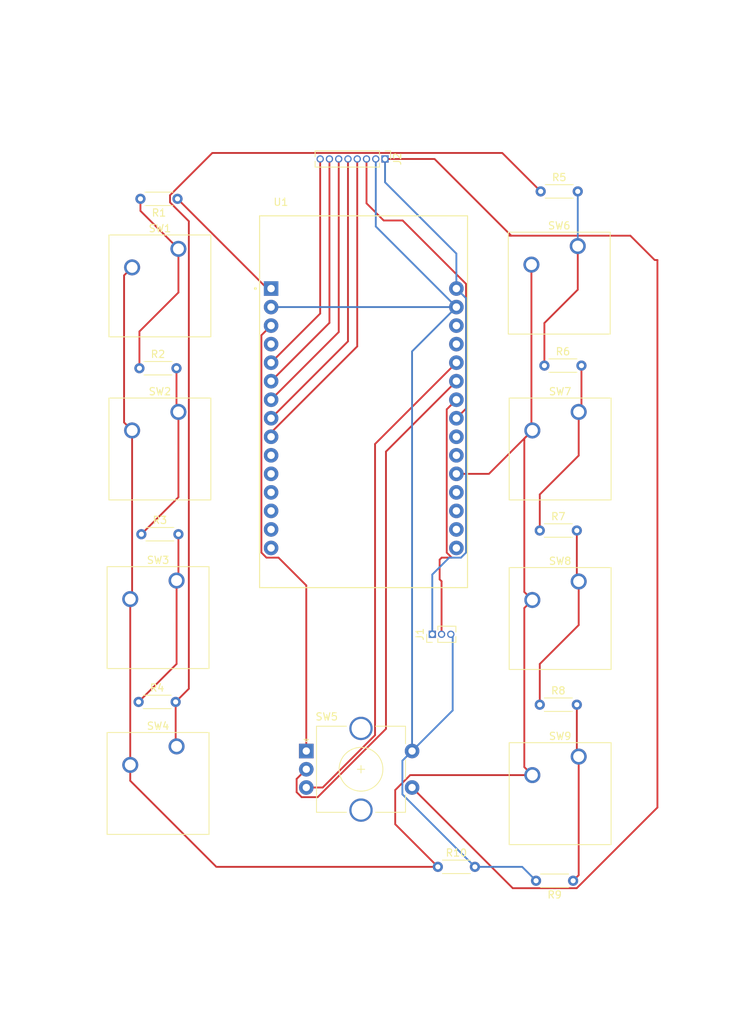
<source format=kicad_pcb>
(kicad_pcb (version 20171130) (host pcbnew "(5.1.10-1-10_14)")

  (general
    (thickness 1.6)
    (drawings 4)
    (tracks 144)
    (zones 0)
    (modules 22)
    (nets 38)
  )

  (page A4)
  (layers
    (0 F.Cu signal)
    (31 B.Cu signal)
    (32 B.Adhes user)
    (33 F.Adhes user)
    (34 B.Paste user)
    (35 F.Paste user)
    (36 B.SilkS user)
    (37 F.SilkS user)
    (38 B.Mask user)
    (39 F.Mask user)
    (40 Dwgs.User user)
    (41 Cmts.User user)
    (42 Eco1.User user)
    (43 Eco2.User user)
    (44 Edge.Cuts user)
    (45 Margin user)
    (46 B.CrtYd user)
    (47 F.CrtYd user)
    (48 B.Fab user)
    (49 F.Fab user)
  )

  (setup
    (last_trace_width 0.25)
    (trace_clearance 0.2)
    (zone_clearance 0.508)
    (zone_45_only no)
    (trace_min 0.2)
    (via_size 0.8)
    (via_drill 0.4)
    (via_min_size 0.4)
    (via_min_drill 0.3)
    (uvia_size 0.3)
    (uvia_drill 0.1)
    (uvias_allowed no)
    (uvia_min_size 0.2)
    (uvia_min_drill 0.1)
    (edge_width 0.05)
    (segment_width 0.2)
    (pcb_text_width 0.3)
    (pcb_text_size 1.5 1.5)
    (mod_edge_width 0.12)
    (mod_text_size 1 1)
    (mod_text_width 0.15)
    (pad_size 1.524 1.524)
    (pad_drill 0.762)
    (pad_to_mask_clearance 0)
    (aux_axis_origin 0 0)
    (visible_elements FFFFFF7F)
    (pcbplotparams
      (layerselection 0x010fc_ffffffff)
      (usegerberextensions false)
      (usegerberattributes true)
      (usegerberadvancedattributes true)
      (creategerberjobfile true)
      (excludeedgelayer true)
      (linewidth 0.100000)
      (plotframeref false)
      (viasonmask false)
      (mode 1)
      (useauxorigin false)
      (hpglpennumber 1)
      (hpglpenspeed 20)
      (hpglpendiameter 15.000000)
      (psnegative false)
      (psa4output false)
      (plotreference true)
      (plotvalue true)
      (plotinvisibletext false)
      (padsonsilk false)
      (subtractmaskfromsilk false)
      (outputformat 1)
      (mirror false)
      (drillshape 1)
      (scaleselection 1)
      (outputdirectory ""))
  )

  (net 0 "")
  (net 1 "Net-(R1-Pad2)")
  (net 2 +3V3)
  (net 3 "Net-(R2-Pad2)")
  (net 4 "Net-(R3-Pad2)")
  (net 5 "Net-(R4-Pad2)")
  (net 6 GND)
  (net 7 +5V)
  (net 8 "Net-(U1-Pad28)")
  (net 9 "Net-(U1-Pad27)")
  (net 10 "Net-(U1-Pad22)")
  (net 11 "Net-(U1-Pad21)")
  (net 12 "Net-(U1-Pad16)")
  (net 13 "Net-(U1-Pad15)")
  (net 14 "Net-(U1-Pad14)")
  (net 15 "Net-(U1-Pad13)")
  (net 16 "Net-(U1-Pad12)")
  (net 17 "Net-(U1-Pad11)")
  (net 18 "Net-(U1-Pad10)")
  (net 19 "Net-(U1-Pad4)")
  (net 20 "Net-(R5-Pad2)")
  (net 21 "Net-(R6-Pad2)")
  (net 22 "Net-(R7-Pad2)")
  (net 23 "Net-(R8-Pad2)")
  (net 24 "Net-(R10-Pad1)")
  (net 25 "Net-(SW5-PadB)")
  (net 26 "Net-(SW5-PadC)")
  (net 27 "Net-(SW5-PadA)")
  (net 28 "Net-(J2-Pad8)")
  (net 29 "Net-(J2-Pad7)")
  (net 30 "Net-(J2-Pad6)")
  (net 31 "Net-(J2-Pad5)")
  (net 32 "Net-(J2-Pad4)")
  (net 33 "Net-(J1-Pad2)")
  (net 34 "Net-(J2-Pad3)")
  (net 35 "Net-(U1-Pad19)")
  (net 36 "Net-(U1-Pad18)")
  (net 37 "Net-(U1-Pad17)")

  (net_class Default "This is the default net class."
    (clearance 0.2)
    (trace_width 0.25)
    (via_dia 0.8)
    (via_drill 0.4)
    (uvia_dia 0.3)
    (uvia_drill 0.1)
    (add_net +3V3)
    (add_net +5V)
    (add_net GND)
    (add_net "Net-(J1-Pad2)")
    (add_net "Net-(J2-Pad3)")
    (add_net "Net-(J2-Pad4)")
    (add_net "Net-(J2-Pad5)")
    (add_net "Net-(J2-Pad6)")
    (add_net "Net-(J2-Pad7)")
    (add_net "Net-(J2-Pad8)")
    (add_net "Net-(R1-Pad2)")
    (add_net "Net-(R10-Pad1)")
    (add_net "Net-(R2-Pad2)")
    (add_net "Net-(R3-Pad2)")
    (add_net "Net-(R4-Pad2)")
    (add_net "Net-(R5-Pad2)")
    (add_net "Net-(R6-Pad2)")
    (add_net "Net-(R7-Pad2)")
    (add_net "Net-(R8-Pad2)")
    (add_net "Net-(SW5-PadA)")
    (add_net "Net-(SW5-PadB)")
    (add_net "Net-(SW5-PadC)")
    (add_net "Net-(U1-Pad10)")
    (add_net "Net-(U1-Pad11)")
    (add_net "Net-(U1-Pad12)")
    (add_net "Net-(U1-Pad13)")
    (add_net "Net-(U1-Pad14)")
    (add_net "Net-(U1-Pad15)")
    (add_net "Net-(U1-Pad16)")
    (add_net "Net-(U1-Pad17)")
    (add_net "Net-(U1-Pad18)")
    (add_net "Net-(U1-Pad19)")
    (add_net "Net-(U1-Pad21)")
    (add_net "Net-(U1-Pad22)")
    (add_net "Net-(U1-Pad27)")
    (add_net "Net-(U1-Pad28)")
    (add_net "Net-(U1-Pad4)")
  )

  (module Button_Switch_Keyboard:SW_Cherry_MX_1.00u_Plate (layer F.Cu) (tedit 5A02FE24) (tstamp 62C62267)
    (at 93.472 69.469)
    (descr "Cherry MX keyswitch, 1.00u, plate mount, http://cherryamericas.com/wp-content/uploads/2014/12/mx_cat.pdf")
    (tags "Cherry MX keyswitch 1.00u plate")
    (path /62B75827)
    (fp_text reference SW1 (at -2.54 -2.794) (layer F.SilkS)
      (effects (font (size 1 1) (thickness 0.15)))
    )
    (fp_text value SW_Push (at -2.54 12.954) (layer F.Fab)
      (effects (font (size 1 1) (thickness 0.15)))
    )
    (fp_line (start -8.89 -1.27) (end 3.81 -1.27) (layer F.Fab) (width 0.1))
    (fp_line (start 3.81 -1.27) (end 3.81 11.43) (layer F.Fab) (width 0.1))
    (fp_line (start 3.81 11.43) (end -8.89 11.43) (layer F.Fab) (width 0.1))
    (fp_line (start -8.89 11.43) (end -8.89 -1.27) (layer F.Fab) (width 0.1))
    (fp_line (start -9.14 11.68) (end -9.14 -1.52) (layer F.CrtYd) (width 0.05))
    (fp_line (start 4.06 11.68) (end -9.14 11.68) (layer F.CrtYd) (width 0.05))
    (fp_line (start 4.06 -1.52) (end 4.06 11.68) (layer F.CrtYd) (width 0.05))
    (fp_line (start -9.14 -1.52) (end 4.06 -1.52) (layer F.CrtYd) (width 0.05))
    (fp_line (start -12.065 -4.445) (end 6.985 -4.445) (layer Dwgs.User) (width 0.15))
    (fp_line (start 6.985 -4.445) (end 6.985 14.605) (layer Dwgs.User) (width 0.15))
    (fp_line (start 6.985 14.605) (end -12.065 14.605) (layer Dwgs.User) (width 0.15))
    (fp_line (start -12.065 14.605) (end -12.065 -4.445) (layer Dwgs.User) (width 0.15))
    (fp_line (start -9.525 -1.905) (end 4.445 -1.905) (layer F.SilkS) (width 0.12))
    (fp_line (start 4.445 -1.905) (end 4.445 12.065) (layer F.SilkS) (width 0.12))
    (fp_line (start 4.445 12.065) (end -9.525 12.065) (layer F.SilkS) (width 0.12))
    (fp_line (start -9.525 12.065) (end -9.525 -1.905) (layer F.SilkS) (width 0.12))
    (fp_text user %R (at -2.54 -2.794) (layer F.Fab)
      (effects (font (size 1 1) (thickness 0.15)))
    )
    (pad 1 thru_hole circle (at 0 0) (size 2.2 2.2) (drill 1.5) (layers *.Cu *.Mask)
      (net 1 "Net-(R1-Pad2)"))
    (pad 2 thru_hole circle (at -6.35 2.54) (size 2.2 2.2) (drill 1.5) (layers *.Cu *.Mask)
      (net 24 "Net-(R10-Pad1)"))
    (pad "" np_thru_hole circle (at -2.54 5.08) (size 4 4) (drill 4) (layers *.Cu *.Mask))
    (model ${KISYS3DMOD}/Button_Switch_Keyboard.3dshapes/SW_Cherry_MX_1.00u_Plate.wrl
      (at (xyz 0 0 0))
      (scale (xyz 1 1 1))
      (rotate (xyz 0 0 0))
    )
  )

  (module Resistor_THT:R_Axial_DIN0204_L3.6mm_D1.6mm_P5.08mm_Horizontal (layer F.Cu) (tedit 5AE5139B) (tstamp 62C621A4)
    (at 93.345 62.611 180)
    (descr "Resistor, Axial_DIN0204 series, Axial, Horizontal, pin pitch=5.08mm, 0.167W, length*diameter=3.6*1.6mm^2, http://cdn-reichelt.de/documents/datenblatt/B400/1_4W%23YAG.pdf")
    (tags "Resistor Axial_DIN0204 series Axial Horizontal pin pitch 5.08mm 0.167W length 3.6mm diameter 1.6mm")
    (path /62B7BEE6)
    (fp_text reference R1 (at 2.54 -1.92) (layer F.SilkS)
      (effects (font (size 1 1) (thickness 0.15)))
    )
    (fp_text value 1K (at 2.54 1.92) (layer F.Fab)
      (effects (font (size 1 1) (thickness 0.15)))
    )
    (fp_line (start 6.03 -1.05) (end -0.95 -1.05) (layer F.CrtYd) (width 0.05))
    (fp_line (start 6.03 1.05) (end 6.03 -1.05) (layer F.CrtYd) (width 0.05))
    (fp_line (start -0.95 1.05) (end 6.03 1.05) (layer F.CrtYd) (width 0.05))
    (fp_line (start -0.95 -1.05) (end -0.95 1.05) (layer F.CrtYd) (width 0.05))
    (fp_line (start 0.62 0.92) (end 4.46 0.92) (layer F.SilkS) (width 0.12))
    (fp_line (start 0.62 -0.92) (end 4.46 -0.92) (layer F.SilkS) (width 0.12))
    (fp_line (start 5.08 0) (end 4.34 0) (layer F.Fab) (width 0.1))
    (fp_line (start 0 0) (end 0.74 0) (layer F.Fab) (width 0.1))
    (fp_line (start 4.34 -0.8) (end 0.74 -0.8) (layer F.Fab) (width 0.1))
    (fp_line (start 4.34 0.8) (end 4.34 -0.8) (layer F.Fab) (width 0.1))
    (fp_line (start 0.74 0.8) (end 4.34 0.8) (layer F.Fab) (width 0.1))
    (fp_line (start 0.74 -0.8) (end 0.74 0.8) (layer F.Fab) (width 0.1))
    (fp_text user %R (at 2.54 0) (layer F.Fab)
      (effects (font (size 0.72 0.72) (thickness 0.108)))
    )
    (pad 2 thru_hole oval (at 5.08 0 180) (size 1.4 1.4) (drill 0.7) (layers *.Cu *.Mask)
      (net 1 "Net-(R1-Pad2)"))
    (pad 1 thru_hole circle (at 0 0 180) (size 1.4 1.4) (drill 0.7) (layers *.Cu *.Mask)
      (net 2 +3V3))
    (model ${KISYS3DMOD}/Resistor_THT.3dshapes/R_Axial_DIN0204_L3.6mm_D1.6mm_P5.08mm_Horizontal.wrl
      (at (xyz 0 0 0))
      (scale (xyz 1 1 1))
      (rotate (xyz 0 0 0))
    )
  )

  (module Resistor_THT:R_Axial_DIN0204_L3.6mm_D1.6mm_P5.08mm_Horizontal (layer F.Cu) (tedit 5AE5139B) (tstamp 62C621B7)
    (at 88.126001 85.833001)
    (descr "Resistor, Axial_DIN0204 series, Axial, Horizontal, pin pitch=5.08mm, 0.167W, length*diameter=3.6*1.6mm^2, http://cdn-reichelt.de/documents/datenblatt/B400/1_4W%23YAG.pdf")
    (tags "Resistor Axial_DIN0204 series Axial Horizontal pin pitch 5.08mm 0.167W length 3.6mm diameter 1.6mm")
    (path /62B7B05F)
    (fp_text reference R2 (at 2.54 -1.92) (layer F.SilkS)
      (effects (font (size 1 1) (thickness 0.15)))
    )
    (fp_text value 1K (at 2.54 1.92) (layer F.Fab)
      (effects (font (size 1 1) (thickness 0.15)))
    )
    (fp_line (start 0.74 -0.8) (end 0.74 0.8) (layer F.Fab) (width 0.1))
    (fp_line (start 0.74 0.8) (end 4.34 0.8) (layer F.Fab) (width 0.1))
    (fp_line (start 4.34 0.8) (end 4.34 -0.8) (layer F.Fab) (width 0.1))
    (fp_line (start 4.34 -0.8) (end 0.74 -0.8) (layer F.Fab) (width 0.1))
    (fp_line (start 0 0) (end 0.74 0) (layer F.Fab) (width 0.1))
    (fp_line (start 5.08 0) (end 4.34 0) (layer F.Fab) (width 0.1))
    (fp_line (start 0.62 -0.92) (end 4.46 -0.92) (layer F.SilkS) (width 0.12))
    (fp_line (start 0.62 0.92) (end 4.46 0.92) (layer F.SilkS) (width 0.12))
    (fp_line (start -0.95 -1.05) (end -0.95 1.05) (layer F.CrtYd) (width 0.05))
    (fp_line (start -0.95 1.05) (end 6.03 1.05) (layer F.CrtYd) (width 0.05))
    (fp_line (start 6.03 1.05) (end 6.03 -1.05) (layer F.CrtYd) (width 0.05))
    (fp_line (start 6.03 -1.05) (end -0.95 -1.05) (layer F.CrtYd) (width 0.05))
    (fp_text user %R (at 2.54 0) (layer F.Fab)
      (effects (font (size 0.72 0.72) (thickness 0.108)))
    )
    (pad 1 thru_hole circle (at 0 0) (size 1.4 1.4) (drill 0.7) (layers *.Cu *.Mask)
      (net 1 "Net-(R1-Pad2)"))
    (pad 2 thru_hole oval (at 5.08 0) (size 1.4 1.4) (drill 0.7) (layers *.Cu *.Mask)
      (net 3 "Net-(R2-Pad2)"))
    (model ${KISYS3DMOD}/Resistor_THT.3dshapes/R_Axial_DIN0204_L3.6mm_D1.6mm_P5.08mm_Horizontal.wrl
      (at (xyz 0 0 0))
      (scale (xyz 1 1 1))
      (rotate (xyz 0 0 0))
    )
  )

  (module Resistor_THT:R_Axial_DIN0204_L3.6mm_D1.6mm_P5.08mm_Horizontal (layer F.Cu) (tedit 5AE5139B) (tstamp 62C621CA)
    (at 88.392 108.585)
    (descr "Resistor, Axial_DIN0204 series, Axial, Horizontal, pin pitch=5.08mm, 0.167W, length*diameter=3.6*1.6mm^2, http://cdn-reichelt.de/documents/datenblatt/B400/1_4W%23YAG.pdf")
    (tags "Resistor Axial_DIN0204 series Axial Horizontal pin pitch 5.08mm 0.167W length 3.6mm diameter 1.6mm")
    (path /62B7A53D)
    (fp_text reference R3 (at 2.54 -1.92) (layer F.SilkS)
      (effects (font (size 1 1) (thickness 0.15)))
    )
    (fp_text value 1K (at 2.54 1.92) (layer F.Fab)
      (effects (font (size 1 1) (thickness 0.15)))
    )
    (fp_line (start 6.03 -1.05) (end -0.95 -1.05) (layer F.CrtYd) (width 0.05))
    (fp_line (start 6.03 1.05) (end 6.03 -1.05) (layer F.CrtYd) (width 0.05))
    (fp_line (start -0.95 1.05) (end 6.03 1.05) (layer F.CrtYd) (width 0.05))
    (fp_line (start -0.95 -1.05) (end -0.95 1.05) (layer F.CrtYd) (width 0.05))
    (fp_line (start 0.62 0.92) (end 4.46 0.92) (layer F.SilkS) (width 0.12))
    (fp_line (start 0.62 -0.92) (end 4.46 -0.92) (layer F.SilkS) (width 0.12))
    (fp_line (start 5.08 0) (end 4.34 0) (layer F.Fab) (width 0.1))
    (fp_line (start 0 0) (end 0.74 0) (layer F.Fab) (width 0.1))
    (fp_line (start 4.34 -0.8) (end 0.74 -0.8) (layer F.Fab) (width 0.1))
    (fp_line (start 4.34 0.8) (end 4.34 -0.8) (layer F.Fab) (width 0.1))
    (fp_line (start 0.74 0.8) (end 4.34 0.8) (layer F.Fab) (width 0.1))
    (fp_line (start 0.74 -0.8) (end 0.74 0.8) (layer F.Fab) (width 0.1))
    (fp_text user %R (at 2.54 0) (layer F.Fab)
      (effects (font (size 0.72 0.72) (thickness 0.108)))
    )
    (pad 2 thru_hole oval (at 5.08 0) (size 1.4 1.4) (drill 0.7) (layers *.Cu *.Mask)
      (net 4 "Net-(R3-Pad2)"))
    (pad 1 thru_hole circle (at 0 0) (size 1.4 1.4) (drill 0.7) (layers *.Cu *.Mask)
      (net 3 "Net-(R2-Pad2)"))
    (model ${KISYS3DMOD}/Resistor_THT.3dshapes/R_Axial_DIN0204_L3.6mm_D1.6mm_P5.08mm_Horizontal.wrl
      (at (xyz 0 0 0))
      (scale (xyz 1 1 1))
      (rotate (xyz 0 0 0))
    )
  )

  (module Resistor_THT:R_Axial_DIN0204_L3.6mm_D1.6mm_P5.08mm_Horizontal (layer F.Cu) (tedit 5AE5139B) (tstamp 62C621DD)
    (at 88.011 131.572)
    (descr "Resistor, Axial_DIN0204 series, Axial, Horizontal, pin pitch=5.08mm, 0.167W, length*diameter=3.6*1.6mm^2, http://cdn-reichelt.de/documents/datenblatt/B400/1_4W%23YAG.pdf")
    (tags "Resistor Axial_DIN0204 series Axial Horizontal pin pitch 5.08mm 0.167W length 3.6mm diameter 1.6mm")
    (path /62B7978D)
    (fp_text reference R4 (at 2.54 -1.92) (layer F.SilkS)
      (effects (font (size 1 1) (thickness 0.15)))
    )
    (fp_text value 1K (at 2.54 1.92) (layer F.Fab)
      (effects (font (size 1 1) (thickness 0.15)))
    )
    (fp_line (start 0.74 -0.8) (end 0.74 0.8) (layer F.Fab) (width 0.1))
    (fp_line (start 0.74 0.8) (end 4.34 0.8) (layer F.Fab) (width 0.1))
    (fp_line (start 4.34 0.8) (end 4.34 -0.8) (layer F.Fab) (width 0.1))
    (fp_line (start 4.34 -0.8) (end 0.74 -0.8) (layer F.Fab) (width 0.1))
    (fp_line (start 0 0) (end 0.74 0) (layer F.Fab) (width 0.1))
    (fp_line (start 5.08 0) (end 4.34 0) (layer F.Fab) (width 0.1))
    (fp_line (start 0.62 -0.92) (end 4.46 -0.92) (layer F.SilkS) (width 0.12))
    (fp_line (start 0.62 0.92) (end 4.46 0.92) (layer F.SilkS) (width 0.12))
    (fp_line (start -0.95 -1.05) (end -0.95 1.05) (layer F.CrtYd) (width 0.05))
    (fp_line (start -0.95 1.05) (end 6.03 1.05) (layer F.CrtYd) (width 0.05))
    (fp_line (start 6.03 1.05) (end 6.03 -1.05) (layer F.CrtYd) (width 0.05))
    (fp_line (start 6.03 -1.05) (end -0.95 -1.05) (layer F.CrtYd) (width 0.05))
    (fp_text user %R (at 2.54 0) (layer F.Fab)
      (effects (font (size 0.72 0.72) (thickness 0.108)))
    )
    (pad 1 thru_hole circle (at 0 0) (size 1.4 1.4) (drill 0.7) (layers *.Cu *.Mask)
      (net 4 "Net-(R3-Pad2)"))
    (pad 2 thru_hole oval (at 5.08 0) (size 1.4 1.4) (drill 0.7) (layers *.Cu *.Mask)
      (net 5 "Net-(R4-Pad2)"))
    (model ${KISYS3DMOD}/Resistor_THT.3dshapes/R_Axial_DIN0204_L3.6mm_D1.6mm_P5.08mm_Horizontal.wrl
      (at (xyz 0 0 0))
      (scale (xyz 1 1 1))
      (rotate (xyz 0 0 0))
    )
  )

  (module Resistor_THT:R_Axial_DIN0204_L3.6mm_D1.6mm_P5.08mm_Horizontal (layer F.Cu) (tedit 5AE5139B) (tstamp 62C621F0)
    (at 143.129 61.595)
    (descr "Resistor, Axial_DIN0204 series, Axial, Horizontal, pin pitch=5.08mm, 0.167W, length*diameter=3.6*1.6mm^2, http://cdn-reichelt.de/documents/datenblatt/B400/1_4W%23YAG.pdf")
    (tags "Resistor Axial_DIN0204 series Axial Horizontal pin pitch 5.08mm 0.167W length 3.6mm diameter 1.6mm")
    (path /62B7ED31)
    (fp_text reference R5 (at 2.54 -1.92) (layer F.SilkS)
      (effects (font (size 1 1) (thickness 0.15)))
    )
    (fp_text value 1K (at 2.54 1.92) (layer F.Fab)
      (effects (font (size 1 1) (thickness 0.15)))
    )
    (fp_line (start 0.74 -0.8) (end 0.74 0.8) (layer F.Fab) (width 0.1))
    (fp_line (start 0.74 0.8) (end 4.34 0.8) (layer F.Fab) (width 0.1))
    (fp_line (start 4.34 0.8) (end 4.34 -0.8) (layer F.Fab) (width 0.1))
    (fp_line (start 4.34 -0.8) (end 0.74 -0.8) (layer F.Fab) (width 0.1))
    (fp_line (start 0 0) (end 0.74 0) (layer F.Fab) (width 0.1))
    (fp_line (start 5.08 0) (end 4.34 0) (layer F.Fab) (width 0.1))
    (fp_line (start 0.62 -0.92) (end 4.46 -0.92) (layer F.SilkS) (width 0.12))
    (fp_line (start 0.62 0.92) (end 4.46 0.92) (layer F.SilkS) (width 0.12))
    (fp_line (start -0.95 -1.05) (end -0.95 1.05) (layer F.CrtYd) (width 0.05))
    (fp_line (start -0.95 1.05) (end 6.03 1.05) (layer F.CrtYd) (width 0.05))
    (fp_line (start 6.03 1.05) (end 6.03 -1.05) (layer F.CrtYd) (width 0.05))
    (fp_line (start 6.03 -1.05) (end -0.95 -1.05) (layer F.CrtYd) (width 0.05))
    (fp_text user %R (at 2.54 0) (layer F.Fab)
      (effects (font (size 0.72 0.72) (thickness 0.108)))
    )
    (pad 1 thru_hole circle (at 0 0) (size 1.4 1.4) (drill 0.7) (layers *.Cu *.Mask)
      (net 5 "Net-(R4-Pad2)"))
    (pad 2 thru_hole oval (at 5.08 0) (size 1.4 1.4) (drill 0.7) (layers *.Cu *.Mask)
      (net 20 "Net-(R5-Pad2)"))
    (model ${KISYS3DMOD}/Resistor_THT.3dshapes/R_Axial_DIN0204_L3.6mm_D1.6mm_P5.08mm_Horizontal.wrl
      (at (xyz 0 0 0))
      (scale (xyz 1 1 1))
      (rotate (xyz 0 0 0))
    )
  )

  (module Resistor_THT:R_Axial_DIN0204_L3.6mm_D1.6mm_P5.08mm_Horizontal (layer F.Cu) (tedit 5AE5139B) (tstamp 62C62203)
    (at 143.637 85.471)
    (descr "Resistor, Axial_DIN0204 series, Axial, Horizontal, pin pitch=5.08mm, 0.167W, length*diameter=3.6*1.6mm^2, http://cdn-reichelt.de/documents/datenblatt/B400/1_4W%23YAG.pdf")
    (tags "Resistor Axial_DIN0204 series Axial Horizontal pin pitch 5.08mm 0.167W length 3.6mm diameter 1.6mm")
    (path /62C620BF)
    (fp_text reference R6 (at 2.54 -1.92) (layer F.SilkS)
      (effects (font (size 1 1) (thickness 0.15)))
    )
    (fp_text value 1K (at 2.54 1.92) (layer F.Fab)
      (effects (font (size 1 1) (thickness 0.15)))
    )
    (fp_line (start 0.74 -0.8) (end 0.74 0.8) (layer F.Fab) (width 0.1))
    (fp_line (start 0.74 0.8) (end 4.34 0.8) (layer F.Fab) (width 0.1))
    (fp_line (start 4.34 0.8) (end 4.34 -0.8) (layer F.Fab) (width 0.1))
    (fp_line (start 4.34 -0.8) (end 0.74 -0.8) (layer F.Fab) (width 0.1))
    (fp_line (start 0 0) (end 0.74 0) (layer F.Fab) (width 0.1))
    (fp_line (start 5.08 0) (end 4.34 0) (layer F.Fab) (width 0.1))
    (fp_line (start 0.62 -0.92) (end 4.46 -0.92) (layer F.SilkS) (width 0.12))
    (fp_line (start 0.62 0.92) (end 4.46 0.92) (layer F.SilkS) (width 0.12))
    (fp_line (start -0.95 -1.05) (end -0.95 1.05) (layer F.CrtYd) (width 0.05))
    (fp_line (start -0.95 1.05) (end 6.03 1.05) (layer F.CrtYd) (width 0.05))
    (fp_line (start 6.03 1.05) (end 6.03 -1.05) (layer F.CrtYd) (width 0.05))
    (fp_line (start 6.03 -1.05) (end -0.95 -1.05) (layer F.CrtYd) (width 0.05))
    (fp_text user %R (at 2.54 0) (layer F.Fab)
      (effects (font (size 0.72 0.72) (thickness 0.108)))
    )
    (pad 1 thru_hole circle (at 0 0) (size 1.4 1.4) (drill 0.7) (layers *.Cu *.Mask)
      (net 20 "Net-(R5-Pad2)"))
    (pad 2 thru_hole oval (at 5.08 0) (size 1.4 1.4) (drill 0.7) (layers *.Cu *.Mask)
      (net 21 "Net-(R6-Pad2)"))
    (model ${KISYS3DMOD}/Resistor_THT.3dshapes/R_Axial_DIN0204_L3.6mm_D1.6mm_P5.08mm_Horizontal.wrl
      (at (xyz 0 0 0))
      (scale (xyz 1 1 1))
      (rotate (xyz 0 0 0))
    )
  )

  (module Resistor_THT:R_Axial_DIN0204_L3.6mm_D1.6mm_P5.08mm_Horizontal (layer F.Cu) (tedit 5AE5139B) (tstamp 62C62216)
    (at 143.002 108.077)
    (descr "Resistor, Axial_DIN0204 series, Axial, Horizontal, pin pitch=5.08mm, 0.167W, length*diameter=3.6*1.6mm^2, http://cdn-reichelt.de/documents/datenblatt/B400/1_4W%23YAG.pdf")
    (tags "Resistor Axial_DIN0204 series Axial Horizontal pin pitch 5.08mm 0.167W length 3.6mm diameter 1.6mm")
    (path /62C620B9)
    (fp_text reference R7 (at 2.54 -1.92) (layer F.SilkS)
      (effects (font (size 1 1) (thickness 0.15)))
    )
    (fp_text value 1K (at 2.54 1.92) (layer F.Fab)
      (effects (font (size 1 1) (thickness 0.15)))
    )
    (fp_line (start 6.03 -1.05) (end -0.95 -1.05) (layer F.CrtYd) (width 0.05))
    (fp_line (start 6.03 1.05) (end 6.03 -1.05) (layer F.CrtYd) (width 0.05))
    (fp_line (start -0.95 1.05) (end 6.03 1.05) (layer F.CrtYd) (width 0.05))
    (fp_line (start -0.95 -1.05) (end -0.95 1.05) (layer F.CrtYd) (width 0.05))
    (fp_line (start 0.62 0.92) (end 4.46 0.92) (layer F.SilkS) (width 0.12))
    (fp_line (start 0.62 -0.92) (end 4.46 -0.92) (layer F.SilkS) (width 0.12))
    (fp_line (start 5.08 0) (end 4.34 0) (layer F.Fab) (width 0.1))
    (fp_line (start 0 0) (end 0.74 0) (layer F.Fab) (width 0.1))
    (fp_line (start 4.34 -0.8) (end 0.74 -0.8) (layer F.Fab) (width 0.1))
    (fp_line (start 4.34 0.8) (end 4.34 -0.8) (layer F.Fab) (width 0.1))
    (fp_line (start 0.74 0.8) (end 4.34 0.8) (layer F.Fab) (width 0.1))
    (fp_line (start 0.74 -0.8) (end 0.74 0.8) (layer F.Fab) (width 0.1))
    (fp_text user %R (at 2.54 0) (layer F.Fab)
      (effects (font (size 0.72 0.72) (thickness 0.108)))
    )
    (pad 2 thru_hole oval (at 5.08 0) (size 1.4 1.4) (drill 0.7) (layers *.Cu *.Mask)
      (net 22 "Net-(R7-Pad2)"))
    (pad 1 thru_hole circle (at 0 0) (size 1.4 1.4) (drill 0.7) (layers *.Cu *.Mask)
      (net 21 "Net-(R6-Pad2)"))
    (model ${KISYS3DMOD}/Resistor_THT.3dshapes/R_Axial_DIN0204_L3.6mm_D1.6mm_P5.08mm_Horizontal.wrl
      (at (xyz 0 0 0))
      (scale (xyz 1 1 1))
      (rotate (xyz 0 0 0))
    )
  )

  (module Resistor_THT:R_Axial_DIN0204_L3.6mm_D1.6mm_P5.08mm_Horizontal (layer F.Cu) (tedit 5AE5139B) (tstamp 62C62229)
    (at 143.002 131.953)
    (descr "Resistor, Axial_DIN0204 series, Axial, Horizontal, pin pitch=5.08mm, 0.167W, length*diameter=3.6*1.6mm^2, http://cdn-reichelt.de/documents/datenblatt/B400/1_4W%23YAG.pdf")
    (tags "Resistor Axial_DIN0204 series Axial Horizontal pin pitch 5.08mm 0.167W length 3.6mm diameter 1.6mm")
    (path /62C620B3)
    (fp_text reference R8 (at 2.54 -1.92) (layer F.SilkS)
      (effects (font (size 1 1) (thickness 0.15)))
    )
    (fp_text value 1K (at 2.54 1.92) (layer F.Fab)
      (effects (font (size 1 1) (thickness 0.15)))
    )
    (fp_line (start 0.74 -0.8) (end 0.74 0.8) (layer F.Fab) (width 0.1))
    (fp_line (start 0.74 0.8) (end 4.34 0.8) (layer F.Fab) (width 0.1))
    (fp_line (start 4.34 0.8) (end 4.34 -0.8) (layer F.Fab) (width 0.1))
    (fp_line (start 4.34 -0.8) (end 0.74 -0.8) (layer F.Fab) (width 0.1))
    (fp_line (start 0 0) (end 0.74 0) (layer F.Fab) (width 0.1))
    (fp_line (start 5.08 0) (end 4.34 0) (layer F.Fab) (width 0.1))
    (fp_line (start 0.62 -0.92) (end 4.46 -0.92) (layer F.SilkS) (width 0.12))
    (fp_line (start 0.62 0.92) (end 4.46 0.92) (layer F.SilkS) (width 0.12))
    (fp_line (start -0.95 -1.05) (end -0.95 1.05) (layer F.CrtYd) (width 0.05))
    (fp_line (start -0.95 1.05) (end 6.03 1.05) (layer F.CrtYd) (width 0.05))
    (fp_line (start 6.03 1.05) (end 6.03 -1.05) (layer F.CrtYd) (width 0.05))
    (fp_line (start 6.03 -1.05) (end -0.95 -1.05) (layer F.CrtYd) (width 0.05))
    (fp_text user %R (at 2.54 0) (layer F.Fab)
      (effects (font (size 0.72 0.72) (thickness 0.108)))
    )
    (pad 1 thru_hole circle (at 0 0) (size 1.4 1.4) (drill 0.7) (layers *.Cu *.Mask)
      (net 22 "Net-(R7-Pad2)"))
    (pad 2 thru_hole oval (at 5.08 0) (size 1.4 1.4) (drill 0.7) (layers *.Cu *.Mask)
      (net 23 "Net-(R8-Pad2)"))
    (model ${KISYS3DMOD}/Resistor_THT.3dshapes/R_Axial_DIN0204_L3.6mm_D1.6mm_P5.08mm_Horizontal.wrl
      (at (xyz 0 0 0))
      (scale (xyz 1 1 1))
      (rotate (xyz 0 0 0))
    )
  )

  (module Resistor_THT:R_Axial_DIN0204_L3.6mm_D1.6mm_P5.08mm_Horizontal (layer F.Cu) (tedit 5AE5139B) (tstamp 62C6223C)
    (at 147.574 156.083 180)
    (descr "Resistor, Axial_DIN0204 series, Axial, Horizontal, pin pitch=5.08mm, 0.167W, length*diameter=3.6*1.6mm^2, http://cdn-reichelt.de/documents/datenblatt/B400/1_4W%23YAG.pdf")
    (tags "Resistor Axial_DIN0204 series Axial Horizontal pin pitch 5.08mm 0.167W length 3.6mm diameter 1.6mm")
    (path /62C620D1)
    (fp_text reference R9 (at 2.54 -1.92) (layer F.SilkS)
      (effects (font (size 1 1) (thickness 0.15)))
    )
    (fp_text value 1K (at 2.54 1.92) (layer F.Fab)
      (effects (font (size 1 1) (thickness 0.15)))
    )
    (fp_line (start 6.03 -1.05) (end -0.95 -1.05) (layer F.CrtYd) (width 0.05))
    (fp_line (start 6.03 1.05) (end 6.03 -1.05) (layer F.CrtYd) (width 0.05))
    (fp_line (start -0.95 1.05) (end 6.03 1.05) (layer F.CrtYd) (width 0.05))
    (fp_line (start -0.95 -1.05) (end -0.95 1.05) (layer F.CrtYd) (width 0.05))
    (fp_line (start 0.62 0.92) (end 4.46 0.92) (layer F.SilkS) (width 0.12))
    (fp_line (start 0.62 -0.92) (end 4.46 -0.92) (layer F.SilkS) (width 0.12))
    (fp_line (start 5.08 0) (end 4.34 0) (layer F.Fab) (width 0.1))
    (fp_line (start 0 0) (end 0.74 0) (layer F.Fab) (width 0.1))
    (fp_line (start 4.34 -0.8) (end 0.74 -0.8) (layer F.Fab) (width 0.1))
    (fp_line (start 4.34 0.8) (end 4.34 -0.8) (layer F.Fab) (width 0.1))
    (fp_line (start 0.74 0.8) (end 4.34 0.8) (layer F.Fab) (width 0.1))
    (fp_line (start 0.74 -0.8) (end 0.74 0.8) (layer F.Fab) (width 0.1))
    (fp_text user %R (at 2.54 0) (layer F.Fab)
      (effects (font (size 0.72 0.72) (thickness 0.108)))
    )
    (pad 2 thru_hole oval (at 5.08 0 180) (size 1.4 1.4) (drill 0.7) (layers *.Cu *.Mask)
      (net 6 GND))
    (pad 1 thru_hole circle (at 0 0 180) (size 1.4 1.4) (drill 0.7) (layers *.Cu *.Mask)
      (net 23 "Net-(R8-Pad2)"))
    (model ${KISYS3DMOD}/Resistor_THT.3dshapes/R_Axial_DIN0204_L3.6mm_D1.6mm_P5.08mm_Horizontal.wrl
      (at (xyz 0 0 0))
      (scale (xyz 1 1 1))
      (rotate (xyz 0 0 0))
    )
  )

  (module Resistor_THT:R_Axial_DIN0204_L3.6mm_D1.6mm_P5.08mm_Horizontal (layer F.Cu) (tedit 5AE5139B) (tstamp 62C6224F)
    (at 129.032 154.178)
    (descr "Resistor, Axial_DIN0204 series, Axial, Horizontal, pin pitch=5.08mm, 0.167W, length*diameter=3.6*1.6mm^2, http://cdn-reichelt.de/documents/datenblatt/B400/1_4W%23YAG.pdf")
    (tags "Resistor Axial_DIN0204 series Axial Horizontal pin pitch 5.08mm 0.167W length 3.6mm diameter 1.6mm")
    (path /62B8131B)
    (fp_text reference R10 (at 2.54 -1.92) (layer F.SilkS)
      (effects (font (size 1 1) (thickness 0.15)))
    )
    (fp_text value 1M (at 2.54 1.92) (layer F.Fab)
      (effects (font (size 1 1) (thickness 0.15)))
    )
    (fp_line (start 6.03 -1.05) (end -0.95 -1.05) (layer F.CrtYd) (width 0.05))
    (fp_line (start 6.03 1.05) (end 6.03 -1.05) (layer F.CrtYd) (width 0.05))
    (fp_line (start -0.95 1.05) (end 6.03 1.05) (layer F.CrtYd) (width 0.05))
    (fp_line (start -0.95 -1.05) (end -0.95 1.05) (layer F.CrtYd) (width 0.05))
    (fp_line (start 0.62 0.92) (end 4.46 0.92) (layer F.SilkS) (width 0.12))
    (fp_line (start 0.62 -0.92) (end 4.46 -0.92) (layer F.SilkS) (width 0.12))
    (fp_line (start 5.08 0) (end 4.34 0) (layer F.Fab) (width 0.1))
    (fp_line (start 0 0) (end 0.74 0) (layer F.Fab) (width 0.1))
    (fp_line (start 4.34 -0.8) (end 0.74 -0.8) (layer F.Fab) (width 0.1))
    (fp_line (start 4.34 0.8) (end 4.34 -0.8) (layer F.Fab) (width 0.1))
    (fp_line (start 0.74 0.8) (end 4.34 0.8) (layer F.Fab) (width 0.1))
    (fp_line (start 0.74 -0.8) (end 0.74 0.8) (layer F.Fab) (width 0.1))
    (fp_text user %R (at 2.54 0) (layer F.Fab)
      (effects (font (size 0.72 0.72) (thickness 0.108)))
    )
    (pad 2 thru_hole oval (at 5.08 0) (size 1.4 1.4) (drill 0.7) (layers *.Cu *.Mask)
      (net 6 GND))
    (pad 1 thru_hole circle (at 0 0) (size 1.4 1.4) (drill 0.7) (layers *.Cu *.Mask)
      (net 24 "Net-(R10-Pad1)"))
    (model ${KISYS3DMOD}/Resistor_THT.3dshapes/R_Axial_DIN0204_L3.6mm_D1.6mm_P5.08mm_Horizontal.wrl
      (at (xyz 0 0 0))
      (scale (xyz 1 1 1))
      (rotate (xyz 0 0 0))
    )
  )

  (module Button_Switch_Keyboard:SW_Cherry_MX_1.00u_Plate (layer F.Cu) (tedit 5A02FE24) (tstamp 62C6227F)
    (at 93.472 91.821)
    (descr "Cherry MX keyswitch, 1.00u, plate mount, http://cherryamericas.com/wp-content/uploads/2014/12/mx_cat.pdf")
    (tags "Cherry MX keyswitch 1.00u plate")
    (path /62B7660C)
    (fp_text reference SW2 (at -2.54 -2.794) (layer F.SilkS)
      (effects (font (size 1 1) (thickness 0.15)))
    )
    (fp_text value SW_Push (at -2.54 12.954) (layer F.Fab)
      (effects (font (size 1 1) (thickness 0.15)))
    )
    (fp_line (start -9.525 12.065) (end -9.525 -1.905) (layer F.SilkS) (width 0.12))
    (fp_line (start 4.445 12.065) (end -9.525 12.065) (layer F.SilkS) (width 0.12))
    (fp_line (start 4.445 -1.905) (end 4.445 12.065) (layer F.SilkS) (width 0.12))
    (fp_line (start -9.525 -1.905) (end 4.445 -1.905) (layer F.SilkS) (width 0.12))
    (fp_line (start -12.065 14.605) (end -12.065 -4.445) (layer Dwgs.User) (width 0.15))
    (fp_line (start 6.985 14.605) (end -12.065 14.605) (layer Dwgs.User) (width 0.15))
    (fp_line (start 6.985 -4.445) (end 6.985 14.605) (layer Dwgs.User) (width 0.15))
    (fp_line (start -12.065 -4.445) (end 6.985 -4.445) (layer Dwgs.User) (width 0.15))
    (fp_line (start -9.14 -1.52) (end 4.06 -1.52) (layer F.CrtYd) (width 0.05))
    (fp_line (start 4.06 -1.52) (end 4.06 11.68) (layer F.CrtYd) (width 0.05))
    (fp_line (start 4.06 11.68) (end -9.14 11.68) (layer F.CrtYd) (width 0.05))
    (fp_line (start -9.14 11.68) (end -9.14 -1.52) (layer F.CrtYd) (width 0.05))
    (fp_line (start -8.89 11.43) (end -8.89 -1.27) (layer F.Fab) (width 0.1))
    (fp_line (start 3.81 11.43) (end -8.89 11.43) (layer F.Fab) (width 0.1))
    (fp_line (start 3.81 -1.27) (end 3.81 11.43) (layer F.Fab) (width 0.1))
    (fp_line (start -8.89 -1.27) (end 3.81 -1.27) (layer F.Fab) (width 0.1))
    (fp_text user %R (at -2.54 -2.794) (layer F.Fab)
      (effects (font (size 1 1) (thickness 0.15)))
    )
    (pad "" np_thru_hole circle (at -2.54 5.08) (size 4 4) (drill 4) (layers *.Cu *.Mask))
    (pad 2 thru_hole circle (at -6.35 2.54) (size 2.2 2.2) (drill 1.5) (layers *.Cu *.Mask)
      (net 24 "Net-(R10-Pad1)"))
    (pad 1 thru_hole circle (at 0 0) (size 2.2 2.2) (drill 1.5) (layers *.Cu *.Mask)
      (net 3 "Net-(R2-Pad2)"))
    (model ${KISYS3DMOD}/Button_Switch_Keyboard.3dshapes/SW_Cherry_MX_1.00u_Plate.wrl
      (at (xyz 0 0 0))
      (scale (xyz 1 1 1))
      (rotate (xyz 0 0 0))
    )
  )

  (module Button_Switch_Keyboard:SW_Cherry_MX_1.00u_Plate (layer F.Cu) (tedit 5A02FE24) (tstamp 62C62297)
    (at 93.218 114.935)
    (descr "Cherry MX keyswitch, 1.00u, plate mount, http://cherryamericas.com/wp-content/uploads/2014/12/mx_cat.pdf")
    (tags "Cherry MX keyswitch 1.00u plate")
    (path /62B76EE9)
    (fp_text reference SW3 (at -2.54 -2.794) (layer F.SilkS)
      (effects (font (size 1 1) (thickness 0.15)))
    )
    (fp_text value SW_Push (at -2.54 12.954) (layer F.Fab)
      (effects (font (size 1 1) (thickness 0.15)))
    )
    (fp_line (start -8.89 -1.27) (end 3.81 -1.27) (layer F.Fab) (width 0.1))
    (fp_line (start 3.81 -1.27) (end 3.81 11.43) (layer F.Fab) (width 0.1))
    (fp_line (start 3.81 11.43) (end -8.89 11.43) (layer F.Fab) (width 0.1))
    (fp_line (start -8.89 11.43) (end -8.89 -1.27) (layer F.Fab) (width 0.1))
    (fp_line (start -9.14 11.68) (end -9.14 -1.52) (layer F.CrtYd) (width 0.05))
    (fp_line (start 4.06 11.68) (end -9.14 11.68) (layer F.CrtYd) (width 0.05))
    (fp_line (start 4.06 -1.52) (end 4.06 11.68) (layer F.CrtYd) (width 0.05))
    (fp_line (start -9.14 -1.52) (end 4.06 -1.52) (layer F.CrtYd) (width 0.05))
    (fp_line (start -12.065 -4.445) (end 6.985 -4.445) (layer Dwgs.User) (width 0.15))
    (fp_line (start 6.985 -4.445) (end 6.985 14.605) (layer Dwgs.User) (width 0.15))
    (fp_line (start 6.985 14.605) (end -12.065 14.605) (layer Dwgs.User) (width 0.15))
    (fp_line (start -12.065 14.605) (end -12.065 -4.445) (layer Dwgs.User) (width 0.15))
    (fp_line (start -9.525 -1.905) (end 4.445 -1.905) (layer F.SilkS) (width 0.12))
    (fp_line (start 4.445 -1.905) (end 4.445 12.065) (layer F.SilkS) (width 0.12))
    (fp_line (start 4.445 12.065) (end -9.525 12.065) (layer F.SilkS) (width 0.12))
    (fp_line (start -9.525 12.065) (end -9.525 -1.905) (layer F.SilkS) (width 0.12))
    (fp_text user %R (at -2.54 -2.794) (layer F.Fab)
      (effects (font (size 1 1) (thickness 0.15)))
    )
    (pad 1 thru_hole circle (at 0 0) (size 2.2 2.2) (drill 1.5) (layers *.Cu *.Mask)
      (net 4 "Net-(R3-Pad2)"))
    (pad 2 thru_hole circle (at -6.35 2.54) (size 2.2 2.2) (drill 1.5) (layers *.Cu *.Mask)
      (net 24 "Net-(R10-Pad1)"))
    (pad "" np_thru_hole circle (at -2.54 5.08) (size 4 4) (drill 4) (layers *.Cu *.Mask))
    (model ${KISYS3DMOD}/Button_Switch_Keyboard.3dshapes/SW_Cherry_MX_1.00u_Plate.wrl
      (at (xyz 0 0 0))
      (scale (xyz 1 1 1))
      (rotate (xyz 0 0 0))
    )
  )

  (module Button_Switch_Keyboard:SW_Cherry_MX_1.00u_Plate (layer F.Cu) (tedit 5A02FE24) (tstamp 62C622AF)
    (at 93.218 137.668)
    (descr "Cherry MX keyswitch, 1.00u, plate mount, http://cherryamericas.com/wp-content/uploads/2014/12/mx_cat.pdf")
    (tags "Cherry MX keyswitch 1.00u plate")
    (path /62B776B2)
    (fp_text reference SW4 (at -2.54 -2.794) (layer F.SilkS)
      (effects (font (size 1 1) (thickness 0.15)))
    )
    (fp_text value SW_Push (at -2.54 12.954) (layer F.Fab)
      (effects (font (size 1 1) (thickness 0.15)))
    )
    (fp_line (start -9.525 12.065) (end -9.525 -1.905) (layer F.SilkS) (width 0.12))
    (fp_line (start 4.445 12.065) (end -9.525 12.065) (layer F.SilkS) (width 0.12))
    (fp_line (start 4.445 -1.905) (end 4.445 12.065) (layer F.SilkS) (width 0.12))
    (fp_line (start -9.525 -1.905) (end 4.445 -1.905) (layer F.SilkS) (width 0.12))
    (fp_line (start -12.065 14.605) (end -12.065 -4.445) (layer Dwgs.User) (width 0.15))
    (fp_line (start 6.985 14.605) (end -12.065 14.605) (layer Dwgs.User) (width 0.15))
    (fp_line (start 6.985 -4.445) (end 6.985 14.605) (layer Dwgs.User) (width 0.15))
    (fp_line (start -12.065 -4.445) (end 6.985 -4.445) (layer Dwgs.User) (width 0.15))
    (fp_line (start -9.14 -1.52) (end 4.06 -1.52) (layer F.CrtYd) (width 0.05))
    (fp_line (start 4.06 -1.52) (end 4.06 11.68) (layer F.CrtYd) (width 0.05))
    (fp_line (start 4.06 11.68) (end -9.14 11.68) (layer F.CrtYd) (width 0.05))
    (fp_line (start -9.14 11.68) (end -9.14 -1.52) (layer F.CrtYd) (width 0.05))
    (fp_line (start -8.89 11.43) (end -8.89 -1.27) (layer F.Fab) (width 0.1))
    (fp_line (start 3.81 11.43) (end -8.89 11.43) (layer F.Fab) (width 0.1))
    (fp_line (start 3.81 -1.27) (end 3.81 11.43) (layer F.Fab) (width 0.1))
    (fp_line (start -8.89 -1.27) (end 3.81 -1.27) (layer F.Fab) (width 0.1))
    (fp_text user %R (at -2.54 -2.794) (layer F.Fab)
      (effects (font (size 1 1) (thickness 0.15)))
    )
    (pad "" np_thru_hole circle (at -2.54 5.08) (size 4 4) (drill 4) (layers *.Cu *.Mask))
    (pad 2 thru_hole circle (at -6.35 2.54) (size 2.2 2.2) (drill 1.5) (layers *.Cu *.Mask)
      (net 24 "Net-(R10-Pad1)"))
    (pad 1 thru_hole circle (at 0 0) (size 2.2 2.2) (drill 1.5) (layers *.Cu *.Mask)
      (net 5 "Net-(R4-Pad2)"))
    (model ${KISYS3DMOD}/Button_Switch_Keyboard.3dshapes/SW_Cherry_MX_1.00u_Plate.wrl
      (at (xyz 0 0 0))
      (scale (xyz 1 1 1))
      (rotate (xyz 0 0 0))
    )
  )

  (module Rotary_Encoder:RotaryEncoder_Alps_EC11E-Switch_Vertical_H20mm_CircularMountingHoles (layer F.Cu) (tedit 5A74C8DD) (tstamp 62C622D5)
    (at 110.998 138.303)
    (descr "Alps rotary encoder, EC12E... with switch, vertical shaft, mounting holes with circular drills, http://www.alps.com/prod/info/E/HTML/Encoder/Incremental/EC11/EC11E15204A3.html")
    (tags "rotary encoder")
    (path /62C3C71C)
    (fp_text reference SW5 (at 2.8 -4.7) (layer F.SilkS)
      (effects (font (size 1 1) (thickness 0.15)))
    )
    (fp_text value Rotary_Encoder_Switch (at 7.5 10.4) (layer F.Fab)
      (effects (font (size 1 1) (thickness 0.15)))
    )
    (fp_line (start 7 2.5) (end 8 2.5) (layer F.SilkS) (width 0.12))
    (fp_line (start 7.5 2) (end 7.5 3) (layer F.SilkS) (width 0.12))
    (fp_line (start 13.6 6) (end 13.6 8.4) (layer F.SilkS) (width 0.12))
    (fp_line (start 13.6 1.2) (end 13.6 3.8) (layer F.SilkS) (width 0.12))
    (fp_line (start 13.6 -3.4) (end 13.6 -1) (layer F.SilkS) (width 0.12))
    (fp_line (start 4.5 2.5) (end 10.5 2.5) (layer F.Fab) (width 0.12))
    (fp_line (start 7.5 -0.5) (end 7.5 5.5) (layer F.Fab) (width 0.12))
    (fp_line (start 0.3 -1.6) (end 0 -1.3) (layer F.SilkS) (width 0.12))
    (fp_line (start -0.3 -1.6) (end 0.3 -1.6) (layer F.SilkS) (width 0.12))
    (fp_line (start 0 -1.3) (end -0.3 -1.6) (layer F.SilkS) (width 0.12))
    (fp_line (start 1.4 -3.4) (end 1.4 8.4) (layer F.SilkS) (width 0.12))
    (fp_line (start 5.5 -3.4) (end 1.4 -3.4) (layer F.SilkS) (width 0.12))
    (fp_line (start 5.5 8.4) (end 1.4 8.4) (layer F.SilkS) (width 0.12))
    (fp_line (start 13.6 8.4) (end 9.5 8.4) (layer F.SilkS) (width 0.12))
    (fp_line (start 9.5 -3.4) (end 13.6 -3.4) (layer F.SilkS) (width 0.12))
    (fp_line (start 1.5 -2.2) (end 2.5 -3.3) (layer F.Fab) (width 0.12))
    (fp_line (start 1.5 8.3) (end 1.5 -2.2) (layer F.Fab) (width 0.12))
    (fp_line (start 13.5 8.3) (end 1.5 8.3) (layer F.Fab) (width 0.12))
    (fp_line (start 13.5 -3.3) (end 13.5 8.3) (layer F.Fab) (width 0.12))
    (fp_line (start 2.5 -3.3) (end 13.5 -3.3) (layer F.Fab) (width 0.12))
    (fp_line (start -1.5 -5.2) (end 16 -5.2) (layer F.CrtYd) (width 0.05))
    (fp_line (start -1.5 -5.2) (end -1.5 10.2) (layer F.CrtYd) (width 0.05))
    (fp_line (start 16 10.2) (end 16 -5.2) (layer F.CrtYd) (width 0.05))
    (fp_line (start 16 10.2) (end -1.5 10.2) (layer F.CrtYd) (width 0.05))
    (fp_circle (center 7.5 2.5) (end 10.5 2.5) (layer F.SilkS) (width 0.12))
    (fp_circle (center 7.5 2.5) (end 10.5 2.5) (layer F.Fab) (width 0.12))
    (fp_text user %R (at 11.1 6.3) (layer F.Fab)
      (effects (font (size 1 1) (thickness 0.15)))
    )
    (pad S1 thru_hole circle (at 14.5 5) (size 2 2) (drill 1) (layers *.Cu *.Mask)
      (net 7 +5V))
    (pad S2 thru_hole circle (at 14.5 0) (size 2 2) (drill 1) (layers *.Cu *.Mask)
      (net 6 GND))
    (pad MP thru_hole circle (at 7.5 8.1) (size 3.2 3.2) (drill 2.6) (layers *.Cu *.Mask))
    (pad MP thru_hole circle (at 7.5 -3.1) (size 3.2 3.2) (drill 2.6) (layers *.Cu *.Mask))
    (pad B thru_hole circle (at 0 5) (size 2 2) (drill 1) (layers *.Cu *.Mask)
      (net 25 "Net-(SW5-PadB)"))
    (pad C thru_hole circle (at 0 2.5) (size 2 2) (drill 1) (layers *.Cu *.Mask)
      (net 26 "Net-(SW5-PadC)"))
    (pad A thru_hole rect (at 0 0) (size 2 2) (drill 1) (layers *.Cu *.Mask)
      (net 27 "Net-(SW5-PadA)"))
    (model ${KISYS3DMOD}/Rotary_Encoder.3dshapes/RotaryEncoder_Alps_EC11E-Switch_Vertical_H20mm_CircularMountingHoles.wrl
      (at (xyz 0 0 0))
      (scale (xyz 1 1 1))
      (rotate (xyz 0 0 0))
    )
  )

  (module Button_Switch_Keyboard:SW_Cherry_MX_1.00u_Plate (layer F.Cu) (tedit 5A02FE24) (tstamp 62C622ED)
    (at 148.209 69.088)
    (descr "Cherry MX keyswitch, 1.00u, plate mount, http://cherryamericas.com/wp-content/uploads/2014/12/mx_cat.pdf")
    (tags "Cherry MX keyswitch 1.00u plate")
    (path /62C6209B)
    (fp_text reference SW6 (at -2.54 -2.794) (layer F.SilkS)
      (effects (font (size 1 1) (thickness 0.15)))
    )
    (fp_text value SW_Push (at -2.54 12.954) (layer F.Fab)
      (effects (font (size 1 1) (thickness 0.15)))
    )
    (fp_line (start -8.89 -1.27) (end 3.81 -1.27) (layer F.Fab) (width 0.1))
    (fp_line (start 3.81 -1.27) (end 3.81 11.43) (layer F.Fab) (width 0.1))
    (fp_line (start 3.81 11.43) (end -8.89 11.43) (layer F.Fab) (width 0.1))
    (fp_line (start -8.89 11.43) (end -8.89 -1.27) (layer F.Fab) (width 0.1))
    (fp_line (start -9.14 11.68) (end -9.14 -1.52) (layer F.CrtYd) (width 0.05))
    (fp_line (start 4.06 11.68) (end -9.14 11.68) (layer F.CrtYd) (width 0.05))
    (fp_line (start 4.06 -1.52) (end 4.06 11.68) (layer F.CrtYd) (width 0.05))
    (fp_line (start -9.14 -1.52) (end 4.06 -1.52) (layer F.CrtYd) (width 0.05))
    (fp_line (start -12.065 -4.445) (end 6.985 -4.445) (layer Dwgs.User) (width 0.15))
    (fp_line (start 6.985 -4.445) (end 6.985 14.605) (layer Dwgs.User) (width 0.15))
    (fp_line (start 6.985 14.605) (end -12.065 14.605) (layer Dwgs.User) (width 0.15))
    (fp_line (start -12.065 14.605) (end -12.065 -4.445) (layer Dwgs.User) (width 0.15))
    (fp_line (start -9.525 -1.905) (end 4.445 -1.905) (layer F.SilkS) (width 0.12))
    (fp_line (start 4.445 -1.905) (end 4.445 12.065) (layer F.SilkS) (width 0.12))
    (fp_line (start 4.445 12.065) (end -9.525 12.065) (layer F.SilkS) (width 0.12))
    (fp_line (start -9.525 12.065) (end -9.525 -1.905) (layer F.SilkS) (width 0.12))
    (fp_text user %R (at -2.54 -2.794) (layer F.Fab)
      (effects (font (size 1 1) (thickness 0.15)))
    )
    (pad 1 thru_hole circle (at 0 0) (size 2.2 2.2) (drill 1.5) (layers *.Cu *.Mask)
      (net 20 "Net-(R5-Pad2)"))
    (pad 2 thru_hole circle (at -6.35 2.54) (size 2.2 2.2) (drill 1.5) (layers *.Cu *.Mask)
      (net 24 "Net-(R10-Pad1)"))
    (pad "" np_thru_hole circle (at -2.54 5.08) (size 4 4) (drill 4) (layers *.Cu *.Mask))
    (model ${KISYS3DMOD}/Button_Switch_Keyboard.3dshapes/SW_Cherry_MX_1.00u_Plate.wrl
      (at (xyz 0 0 0))
      (scale (xyz 1 1 1))
      (rotate (xyz 0 0 0))
    )
  )

  (module Button_Switch_Keyboard:SW_Cherry_MX_1.00u_Plate (layer F.Cu) (tedit 5A02FE24) (tstamp 62C62305)
    (at 148.336 91.821)
    (descr "Cherry MX keyswitch, 1.00u, plate mount, http://cherryamericas.com/wp-content/uploads/2014/12/mx_cat.pdf")
    (tags "Cherry MX keyswitch 1.00u plate")
    (path /62C620A1)
    (fp_text reference SW7 (at -2.54 -2.794) (layer F.SilkS)
      (effects (font (size 1 1) (thickness 0.15)))
    )
    (fp_text value SW_Push (at -2.54 12.954) (layer F.Fab)
      (effects (font (size 1 1) (thickness 0.15)))
    )
    (fp_line (start -9.525 12.065) (end -9.525 -1.905) (layer F.SilkS) (width 0.12))
    (fp_line (start 4.445 12.065) (end -9.525 12.065) (layer F.SilkS) (width 0.12))
    (fp_line (start 4.445 -1.905) (end 4.445 12.065) (layer F.SilkS) (width 0.12))
    (fp_line (start -9.525 -1.905) (end 4.445 -1.905) (layer F.SilkS) (width 0.12))
    (fp_line (start -12.065 14.605) (end -12.065 -4.445) (layer Dwgs.User) (width 0.15))
    (fp_line (start 6.985 14.605) (end -12.065 14.605) (layer Dwgs.User) (width 0.15))
    (fp_line (start 6.985 -4.445) (end 6.985 14.605) (layer Dwgs.User) (width 0.15))
    (fp_line (start -12.065 -4.445) (end 6.985 -4.445) (layer Dwgs.User) (width 0.15))
    (fp_line (start -9.14 -1.52) (end 4.06 -1.52) (layer F.CrtYd) (width 0.05))
    (fp_line (start 4.06 -1.52) (end 4.06 11.68) (layer F.CrtYd) (width 0.05))
    (fp_line (start 4.06 11.68) (end -9.14 11.68) (layer F.CrtYd) (width 0.05))
    (fp_line (start -9.14 11.68) (end -9.14 -1.52) (layer F.CrtYd) (width 0.05))
    (fp_line (start -8.89 11.43) (end -8.89 -1.27) (layer F.Fab) (width 0.1))
    (fp_line (start 3.81 11.43) (end -8.89 11.43) (layer F.Fab) (width 0.1))
    (fp_line (start 3.81 -1.27) (end 3.81 11.43) (layer F.Fab) (width 0.1))
    (fp_line (start -8.89 -1.27) (end 3.81 -1.27) (layer F.Fab) (width 0.1))
    (fp_text user %R (at -2.54 -2.794) (layer F.Fab)
      (effects (font (size 1 1) (thickness 0.15)))
    )
    (pad "" np_thru_hole circle (at -2.54 5.08) (size 4 4) (drill 4) (layers *.Cu *.Mask))
    (pad 2 thru_hole circle (at -6.35 2.54) (size 2.2 2.2) (drill 1.5) (layers *.Cu *.Mask)
      (net 24 "Net-(R10-Pad1)"))
    (pad 1 thru_hole circle (at 0 0) (size 2.2 2.2) (drill 1.5) (layers *.Cu *.Mask)
      (net 21 "Net-(R6-Pad2)"))
    (model ${KISYS3DMOD}/Button_Switch_Keyboard.3dshapes/SW_Cherry_MX_1.00u_Plate.wrl
      (at (xyz 0 0 0))
      (scale (xyz 1 1 1))
      (rotate (xyz 0 0 0))
    )
  )

  (module Button_Switch_Keyboard:SW_Cherry_MX_1.00u_Plate (layer F.Cu) (tedit 5A02FE24) (tstamp 62C6231D)
    (at 148.336 115.062)
    (descr "Cherry MX keyswitch, 1.00u, plate mount, http://cherryamericas.com/wp-content/uploads/2014/12/mx_cat.pdf")
    (tags "Cherry MX keyswitch 1.00u plate")
    (path /62C620A7)
    (fp_text reference SW8 (at -2.54 -2.794) (layer F.SilkS)
      (effects (font (size 1 1) (thickness 0.15)))
    )
    (fp_text value SW_Push (at -2.54 12.954) (layer F.Fab)
      (effects (font (size 1 1) (thickness 0.15)))
    )
    (fp_line (start -8.89 -1.27) (end 3.81 -1.27) (layer F.Fab) (width 0.1))
    (fp_line (start 3.81 -1.27) (end 3.81 11.43) (layer F.Fab) (width 0.1))
    (fp_line (start 3.81 11.43) (end -8.89 11.43) (layer F.Fab) (width 0.1))
    (fp_line (start -8.89 11.43) (end -8.89 -1.27) (layer F.Fab) (width 0.1))
    (fp_line (start -9.14 11.68) (end -9.14 -1.52) (layer F.CrtYd) (width 0.05))
    (fp_line (start 4.06 11.68) (end -9.14 11.68) (layer F.CrtYd) (width 0.05))
    (fp_line (start 4.06 -1.52) (end 4.06 11.68) (layer F.CrtYd) (width 0.05))
    (fp_line (start -9.14 -1.52) (end 4.06 -1.52) (layer F.CrtYd) (width 0.05))
    (fp_line (start -12.065 -4.445) (end 6.985 -4.445) (layer Dwgs.User) (width 0.15))
    (fp_line (start 6.985 -4.445) (end 6.985 14.605) (layer Dwgs.User) (width 0.15))
    (fp_line (start 6.985 14.605) (end -12.065 14.605) (layer Dwgs.User) (width 0.15))
    (fp_line (start -12.065 14.605) (end -12.065 -4.445) (layer Dwgs.User) (width 0.15))
    (fp_line (start -9.525 -1.905) (end 4.445 -1.905) (layer F.SilkS) (width 0.12))
    (fp_line (start 4.445 -1.905) (end 4.445 12.065) (layer F.SilkS) (width 0.12))
    (fp_line (start 4.445 12.065) (end -9.525 12.065) (layer F.SilkS) (width 0.12))
    (fp_line (start -9.525 12.065) (end -9.525 -1.905) (layer F.SilkS) (width 0.12))
    (fp_text user %R (at -2.54 -2.794) (layer F.Fab)
      (effects (font (size 1 1) (thickness 0.15)))
    )
    (pad 1 thru_hole circle (at 0 0) (size 2.2 2.2) (drill 1.5) (layers *.Cu *.Mask)
      (net 22 "Net-(R7-Pad2)"))
    (pad 2 thru_hole circle (at -6.35 2.54) (size 2.2 2.2) (drill 1.5) (layers *.Cu *.Mask)
      (net 24 "Net-(R10-Pad1)"))
    (pad "" np_thru_hole circle (at -2.54 5.08) (size 4 4) (drill 4) (layers *.Cu *.Mask))
    (model ${KISYS3DMOD}/Button_Switch_Keyboard.3dshapes/SW_Cherry_MX_1.00u_Plate.wrl
      (at (xyz 0 0 0))
      (scale (xyz 1 1 1))
      (rotate (xyz 0 0 0))
    )
  )

  (module Button_Switch_Keyboard:SW_Cherry_MX_1.00u_Plate (layer F.Cu) (tedit 5A02FE24) (tstamp 62C62335)
    (at 148.336 139.065)
    (descr "Cherry MX keyswitch, 1.00u, plate mount, http://cherryamericas.com/wp-content/uploads/2014/12/mx_cat.pdf")
    (tags "Cherry MX keyswitch 1.00u plate")
    (path /62C620AD)
    (fp_text reference SW9 (at -2.54 -2.794) (layer F.SilkS)
      (effects (font (size 1 1) (thickness 0.15)))
    )
    (fp_text value SW_Push (at -2.54 12.954) (layer F.Fab)
      (effects (font (size 1 1) (thickness 0.15)))
    )
    (fp_line (start -9.525 12.065) (end -9.525 -1.905) (layer F.SilkS) (width 0.12))
    (fp_line (start 4.445 12.065) (end -9.525 12.065) (layer F.SilkS) (width 0.12))
    (fp_line (start 4.445 -1.905) (end 4.445 12.065) (layer F.SilkS) (width 0.12))
    (fp_line (start -9.525 -1.905) (end 4.445 -1.905) (layer F.SilkS) (width 0.12))
    (fp_line (start -12.065 14.605) (end -12.065 -4.445) (layer Dwgs.User) (width 0.15))
    (fp_line (start 6.985 14.605) (end -12.065 14.605) (layer Dwgs.User) (width 0.15))
    (fp_line (start 6.985 -4.445) (end 6.985 14.605) (layer Dwgs.User) (width 0.15))
    (fp_line (start -12.065 -4.445) (end 6.985 -4.445) (layer Dwgs.User) (width 0.15))
    (fp_line (start -9.14 -1.52) (end 4.06 -1.52) (layer F.CrtYd) (width 0.05))
    (fp_line (start 4.06 -1.52) (end 4.06 11.68) (layer F.CrtYd) (width 0.05))
    (fp_line (start 4.06 11.68) (end -9.14 11.68) (layer F.CrtYd) (width 0.05))
    (fp_line (start -9.14 11.68) (end -9.14 -1.52) (layer F.CrtYd) (width 0.05))
    (fp_line (start -8.89 11.43) (end -8.89 -1.27) (layer F.Fab) (width 0.1))
    (fp_line (start 3.81 11.43) (end -8.89 11.43) (layer F.Fab) (width 0.1))
    (fp_line (start 3.81 -1.27) (end 3.81 11.43) (layer F.Fab) (width 0.1))
    (fp_line (start -8.89 -1.27) (end 3.81 -1.27) (layer F.Fab) (width 0.1))
    (fp_text user %R (at -2.54 -2.794) (layer F.Fab)
      (effects (font (size 1 1) (thickness 0.15)))
    )
    (pad "" np_thru_hole circle (at -2.54 5.08) (size 4 4) (drill 4) (layers *.Cu *.Mask))
    (pad 2 thru_hole circle (at -6.35 2.54) (size 2.2 2.2) (drill 1.5) (layers *.Cu *.Mask)
      (net 24 "Net-(R10-Pad1)"))
    (pad 1 thru_hole circle (at 0 0) (size 2.2 2.2) (drill 1.5) (layers *.Cu *.Mask)
      (net 23 "Net-(R8-Pad2)"))
    (model ${KISYS3DMOD}/Button_Switch_Keyboard.3dshapes/SW_Cherry_MX_1.00u_Plate.wrl
      (at (xyz 0 0 0))
      (scale (xyz 1 1 1))
      (rotate (xyz 0 0 0))
    )
  )

  (module ESP32-DEVKIT-V1:MODULE_ESP32_DEVKIT_V1 (layer F.Cu) (tedit 62C1AF83) (tstamp 62C62381)
    (at 118.872 90.424)
    (path /62C1CE1E)
    (fp_text reference U1 (at -11.355 -27.36) (layer F.SilkS)
      (effects (font (size 1 1) (thickness 0.15)))
    )
    (fp_text value ESP32-DEVKIT-V1 (at -0.56 27.36) (layer F.Fab)
      (effects (font (size 1 1) (thickness 0.15)))
    )
    (fp_line (start -14.28 -25.475) (end -3.211 -25.475) (layer F.Fab) (width 0.127))
    (fp_line (start -3.211 -25.475) (end 3.5 -25.475) (layer F.Fab) (width 0.127))
    (fp_line (start 3.5 -25.475) (end 14.23 -25.475) (layer F.Fab) (width 0.127))
    (fp_line (start 14.23 -25.475) (end 14.23 25.475) (layer F.SilkS) (width 0.127))
    (fp_line (start 14.23 25.475) (end -14.28 25.475) (layer F.SilkS) (width 0.127))
    (fp_line (start -14.28 25.475) (end -14.28 -25.475) (layer F.Fab) (width 0.127))
    (fp_line (start -14.28 -25.475) (end 14.23 -25.475) (layer F.SilkS) (width 0.127))
    (fp_line (start -14.28 25.475) (end -14.28 -25.475) (layer F.SilkS) (width 0.127))
    (fp_circle (center -14.85 -15.515) (end -14.75 -15.515) (layer F.SilkS) (width 0.2))
    (fp_circle (center -14.85 -15.515) (end -14.75 -15.515) (layer F.Fab) (width 0.2))
    (fp_line (start 14.23 -25.475) (end 14.23 25.475) (layer F.Fab) (width 0.127))
    (fp_line (start -14.28 25.475) (end -8.91 25.475) (layer F.Fab) (width 0.127))
    (fp_line (start -8.91 25.475) (end 8.78 25.475) (layer F.Fab) (width 0.127))
    (fp_line (start 8.78 25.475) (end 14.23 25.475) (layer F.Fab) (width 0.127))
    (fp_line (start -8.91 25.475) (end -8.91 18.985) (layer F.Fab) (width 0.127))
    (fp_line (start -8.91 18.985) (end -8.91 6.355) (layer F.Fab) (width 0.127))
    (fp_line (start -8.91 6.355) (end 8.78 6.355) (layer F.Fab) (width 0.127))
    (fp_line (start 8.78 6.355) (end 8.78 18.985) (layer F.Fab) (width 0.127))
    (fp_line (start 8.78 18.985) (end 8.78 25.475) (layer F.Fab) (width 0.127))
    (fp_line (start -8.91 18.985) (end 8.78 18.985) (layer F.Fab) (width 0.127))
    (fp_line (start 3.5 -25.475) (end 3.5 -21.585) (layer F.Fab) (width 0.127))
    (fp_line (start 3.5 -21.585) (end -3.211 -21.585) (layer F.Fab) (width 0.127))
    (fp_line (start -3.211 -21.585) (end -3.211 -25.475) (layer F.Fab) (width 0.127))
    (fp_poly (pts (xy -8.91 18.985) (xy 8.78 18.985) (xy 8.78 25.475) (xy -8.91 25.475)) (layer Dwgs.User) (width 0.01))
    (fp_poly (pts (xy -8.91 18.985) (xy 8.78 18.985) (xy 8.78 25.475) (xy -8.91 25.475)) (layer Dwgs.User) (width 0.01))
    (fp_poly (pts (xy -8.91 18.985) (xy 8.78 18.985) (xy 8.78 25.475) (xy -8.91 25.475)) (layer Dwgs.User) (width 0.01))
    (fp_line (start -14.28 -25.475) (end -3.211 -25.475) (layer F.SilkS) (width 0.127))
    (fp_line (start -3.211 -25.475) (end 3.5 -25.475) (layer F.SilkS) (width 0.127))
    (fp_line (start 3.5 -25.475) (end 14.23 -25.475) (layer F.SilkS) (width 0.127))
    (fp_line (start -14.28 25.475) (end -14.28 -25.475) (layer F.SilkS) (width 0.127))
    (fp_line (start 14.23 -25.475) (end 14.23 25.475) (layer F.SilkS) (width 0.127))
    (fp_line (start -14.28 25.475) (end -8.91 25.475) (layer F.SilkS) (width 0.127))
    (fp_line (start -8.91 25.475) (end 8.78 25.475) (layer F.SilkS) (width 0.127))
    (fp_line (start 8.78 25.475) (end 14.23 25.475) (layer F.SilkS) (width 0.127))
    (fp_line (start -14.53 -25.725) (end -14.53 25.725) (layer F.CrtYd) (width 0.05))
    (fp_line (start -14.53 25.725) (end 14.48 25.725) (layer F.CrtYd) (width 0.05))
    (fp_line (start 14.48 25.725) (end 14.48 -25.725) (layer F.CrtYd) (width 0.05))
    (fp_line (start 14.48 -25.725) (end -14.53 -25.725) (layer F.CrtYd) (width 0.05))
    (pad 1 thru_hole rect (at -12.7 -15.515) (size 2 2) (drill 1.02) (layers *.Cu *.Mask)
      (net 2 +3V3))
    (pad 2 thru_hole circle (at -12.7 -12.975) (size 2 2) (drill 1.02) (layers *.Cu *.Mask)
      (net 6 GND))
    (pad 3 thru_hole circle (at -12.7 -10.435) (size 2 2) (drill 1.02) (layers *.Cu *.Mask)
      (net 27 "Net-(SW5-PadA)"))
    (pad 4 thru_hole circle (at -12.7 -7.895) (size 2 2) (drill 1.02) (layers *.Cu *.Mask)
      (net 19 "Net-(U1-Pad4)"))
    (pad 5 thru_hole circle (at -12.7 -5.355) (size 2 2) (drill 1.02) (layers *.Cu *.Mask)
      (net 28 "Net-(J2-Pad8)"))
    (pad 6 thru_hole circle (at -12.7 -2.815) (size 2 2) (drill 1.02) (layers *.Cu *.Mask)
      (net 29 "Net-(J2-Pad7)"))
    (pad 7 thru_hole circle (at -12.7 -0.275) (size 2 2) (drill 1.02) (layers *.Cu *.Mask)
      (net 30 "Net-(J2-Pad6)"))
    (pad 8 thru_hole circle (at -12.7 2.265) (size 2 2) (drill 1.02) (layers *.Cu *.Mask)
      (net 31 "Net-(J2-Pad5)"))
    (pad 9 thru_hole circle (at -12.7 4.805) (size 2 2) (drill 1.02) (layers *.Cu *.Mask)
      (net 32 "Net-(J2-Pad4)"))
    (pad 10 thru_hole circle (at -12.7 7.345) (size 2 2) (drill 1.02) (layers *.Cu *.Mask)
      (net 18 "Net-(U1-Pad10)"))
    (pad 11 thru_hole circle (at -12.7 9.885) (size 2 2) (drill 1.02) (layers *.Cu *.Mask)
      (net 17 "Net-(U1-Pad11)"))
    (pad 12 thru_hole circle (at -12.7 12.425) (size 2 2) (drill 1.02) (layers *.Cu *.Mask)
      (net 16 "Net-(U1-Pad12)"))
    (pad 13 thru_hole circle (at -12.7 14.965) (size 2 2) (drill 1.02) (layers *.Cu *.Mask)
      (net 15 "Net-(U1-Pad13)"))
    (pad 14 thru_hole circle (at -12.7 17.505) (size 2 2) (drill 1.02) (layers *.Cu *.Mask)
      (net 14 "Net-(U1-Pad14)"))
    (pad 15 thru_hole circle (at -12.7 20.045) (size 2 2) (drill 1.02) (layers *.Cu *.Mask)
      (net 13 "Net-(U1-Pad15)"))
    (pad 30 thru_hole circle (at 12.7 -15.515) (size 2 2) (drill 1.02) (layers *.Cu *.Mask)
      (net 7 +5V))
    (pad 29 thru_hole circle (at 12.7 -12.975) (size 2 2) (drill 1.02) (layers *.Cu *.Mask)
      (net 6 GND))
    (pad 28 thru_hole circle (at 12.7 -10.435) (size 2 2) (drill 1.02) (layers *.Cu *.Mask)
      (net 8 "Net-(U1-Pad28)"))
    (pad 27 thru_hole circle (at 12.7 -7.895) (size 2 2) (drill 1.02) (layers *.Cu *.Mask)
      (net 9 "Net-(U1-Pad27)"))
    (pad 26 thru_hole circle (at 12.7 -5.355) (size 2 2) (drill 1.02) (layers *.Cu *.Mask)
      (net 25 "Net-(SW5-PadB)"))
    (pad 25 thru_hole circle (at 12.7 -2.815) (size 2 2) (drill 1.02) (layers *.Cu *.Mask)
      (net 26 "Net-(SW5-PadC)"))
    (pad 24 thru_hole circle (at 12.7 -0.275) (size 2 2) (drill 1.02) (layers *.Cu *.Mask)
      (net 33 "Net-(J1-Pad2)"))
    (pad 23 thru_hole circle (at 12.7 2.265) (size 2 2) (drill 1.02) (layers *.Cu *.Mask)
      (net 34 "Net-(J2-Pad3)"))
    (pad 22 thru_hole circle (at 12.7 4.805) (size 2 2) (drill 1.02) (layers *.Cu *.Mask)
      (net 10 "Net-(U1-Pad22)"))
    (pad 21 thru_hole circle (at 12.7 7.345) (size 2 2) (drill 1.02) (layers *.Cu *.Mask)
      (net 11 "Net-(U1-Pad21)"))
    (pad 20 thru_hole circle (at 12.7 9.885) (size 2 2) (drill 1.02) (layers *.Cu *.Mask)
      (net 24 "Net-(R10-Pad1)"))
    (pad 19 thru_hole circle (at 12.7 12.425) (size 2 2) (drill 1.02) (layers *.Cu *.Mask)
      (net 35 "Net-(U1-Pad19)"))
    (pad 18 thru_hole circle (at 12.7 14.965) (size 2 2) (drill 1.02) (layers *.Cu *.Mask)
      (net 36 "Net-(U1-Pad18)"))
    (pad 17 thru_hole circle (at 12.7 17.505) (size 2 2) (drill 1.02) (layers *.Cu *.Mask)
      (net 37 "Net-(U1-Pad17)"))
    (pad 16 thru_hole circle (at 12.7 20.045) (size 2 2) (drill 1.02) (layers *.Cu *.Mask)
      (net 12 "Net-(U1-Pad16)"))
    (pad None np_thru_hole circle (at -12.28 23.475) (size 3 3) (drill 3) (layers *.Cu *.Mask))
    (pad None np_thru_hole circle (at 12.23 23.475) (size 3 3) (drill 3) (layers *.Cu *.Mask))
    (pad None np_thru_hole circle (at 12.23 -23.475) (size 3 3) (drill 3) (layers *.Cu *.Mask))
    (pad None np_thru_hole circle (at -12.28 -23.475) (size 3 3) (drill 3) (layers *.Cu *.Mask))
  )

  (module Connector_PinHeader_1.27mm:PinHeader_1x08_P1.27mm_Vertical (layer F.Cu) (tedit 59FED6E3) (tstamp 6434DD64)
    (at 121.793 57.15 270)
    (descr "Through hole straight pin header, 1x08, 1.27mm pitch, single row")
    (tags "Through hole pin header THT 1x08 1.27mm single row")
    (path /62C28129)
    (fp_text reference J2 (at 0 -1.695 90) (layer F.SilkS)
      (effects (font (size 1 1) (thickness 0.15)))
    )
    (fp_text value "E-Ink Display" (at 0 10.585 90) (layer F.Fab)
      (effects (font (size 1 1) (thickness 0.15)))
    )
    (fp_line (start 1.55 -1.15) (end -1.55 -1.15) (layer F.CrtYd) (width 0.05))
    (fp_line (start 1.55 10.05) (end 1.55 -1.15) (layer F.CrtYd) (width 0.05))
    (fp_line (start -1.55 10.05) (end 1.55 10.05) (layer F.CrtYd) (width 0.05))
    (fp_line (start -1.55 -1.15) (end -1.55 10.05) (layer F.CrtYd) (width 0.05))
    (fp_line (start -1.11 -0.76) (end 0 -0.76) (layer F.SilkS) (width 0.12))
    (fp_line (start -1.11 0) (end -1.11 -0.76) (layer F.SilkS) (width 0.12))
    (fp_line (start 0.563471 0.76) (end 1.11 0.76) (layer F.SilkS) (width 0.12))
    (fp_line (start -1.11 0.76) (end -0.563471 0.76) (layer F.SilkS) (width 0.12))
    (fp_line (start 1.11 0.76) (end 1.11 9.585) (layer F.SilkS) (width 0.12))
    (fp_line (start -1.11 0.76) (end -1.11 9.585) (layer F.SilkS) (width 0.12))
    (fp_line (start 0.30753 9.585) (end 1.11 9.585) (layer F.SilkS) (width 0.12))
    (fp_line (start -1.11 9.585) (end -0.30753 9.585) (layer F.SilkS) (width 0.12))
    (fp_line (start -1.05 -0.11) (end -0.525 -0.635) (layer F.Fab) (width 0.1))
    (fp_line (start -1.05 9.525) (end -1.05 -0.11) (layer F.Fab) (width 0.1))
    (fp_line (start 1.05 9.525) (end -1.05 9.525) (layer F.Fab) (width 0.1))
    (fp_line (start 1.05 -0.635) (end 1.05 9.525) (layer F.Fab) (width 0.1))
    (fp_line (start -0.525 -0.635) (end 1.05 -0.635) (layer F.Fab) (width 0.1))
    (fp_text user %R (at 0 4.445) (layer F.Fab)
      (effects (font (size 1 1) (thickness 0.15)))
    )
    (pad 1 thru_hole rect (at 0 0 270) (size 1 1) (drill 0.65) (layers *.Cu *.Mask)
      (net 7 +5V))
    (pad 2 thru_hole oval (at 0 1.27 270) (size 1 1) (drill 0.65) (layers *.Cu *.Mask)
      (net 6 GND))
    (pad 3 thru_hole oval (at 0 2.54 270) (size 1 1) (drill 0.65) (layers *.Cu *.Mask)
      (net 34 "Net-(J2-Pad3)"))
    (pad 4 thru_hole oval (at 0 3.81 270) (size 1 1) (drill 0.65) (layers *.Cu *.Mask)
      (net 32 "Net-(J2-Pad4)"))
    (pad 5 thru_hole oval (at 0 5.08 270) (size 1 1) (drill 0.65) (layers *.Cu *.Mask)
      (net 31 "Net-(J2-Pad5)"))
    (pad 6 thru_hole oval (at 0 6.35 270) (size 1 1) (drill 0.65) (layers *.Cu *.Mask)
      (net 30 "Net-(J2-Pad6)"))
    (pad 7 thru_hole oval (at 0 7.62 270) (size 1 1) (drill 0.65) (layers *.Cu *.Mask)
      (net 29 "Net-(J2-Pad7)"))
    (pad 8 thru_hole oval (at 0 8.89 270) (size 1 1) (drill 0.65) (layers *.Cu *.Mask)
      (net 28 "Net-(J2-Pad8)"))
    (model ${KISYS3DMOD}/Connector_PinHeader_1.27mm.3dshapes/PinHeader_1x08_P1.27mm_Vertical.wrl
      (at (xyz 0 0 0))
      (scale (xyz 1 1 1))
      (rotate (xyz 0 0 0))
    )
  )

  (module Connector_PinHeader_1.27mm:PinHeader_1x03_P1.27mm_Vertical (layer F.Cu) (tedit 59FED6E3) (tstamp 6434E06F)
    (at 128.27 122.301 90)
    (descr "Through hole straight pin header, 1x03, 1.27mm pitch, single row")
    (tags "Through hole pin header THT 1x03 1.27mm single row")
    (path /62C4C5DC)
    (fp_text reference J1 (at 0 -1.695 90) (layer F.SilkS)
      (effects (font (size 1 1) (thickness 0.15)))
    )
    (fp_text value "LED Strip" (at 0 4.235 90) (layer F.Fab)
      (effects (font (size 1 1) (thickness 0.15)))
    )
    (fp_line (start 1.55 -1.15) (end -1.55 -1.15) (layer F.CrtYd) (width 0.05))
    (fp_line (start 1.55 3.7) (end 1.55 -1.15) (layer F.CrtYd) (width 0.05))
    (fp_line (start -1.55 3.7) (end 1.55 3.7) (layer F.CrtYd) (width 0.05))
    (fp_line (start -1.55 -1.15) (end -1.55 3.7) (layer F.CrtYd) (width 0.05))
    (fp_line (start -1.11 -0.76) (end 0 -0.76) (layer F.SilkS) (width 0.12))
    (fp_line (start -1.11 0) (end -1.11 -0.76) (layer F.SilkS) (width 0.12))
    (fp_line (start 0.563471 0.76) (end 1.11 0.76) (layer F.SilkS) (width 0.12))
    (fp_line (start -1.11 0.76) (end -0.563471 0.76) (layer F.SilkS) (width 0.12))
    (fp_line (start 1.11 0.76) (end 1.11 3.235) (layer F.SilkS) (width 0.12))
    (fp_line (start -1.11 0.76) (end -1.11 3.235) (layer F.SilkS) (width 0.12))
    (fp_line (start 0.30753 3.235) (end 1.11 3.235) (layer F.SilkS) (width 0.12))
    (fp_line (start -1.11 3.235) (end -0.30753 3.235) (layer F.SilkS) (width 0.12))
    (fp_line (start -1.05 -0.11) (end -0.525 -0.635) (layer F.Fab) (width 0.1))
    (fp_line (start -1.05 3.175) (end -1.05 -0.11) (layer F.Fab) (width 0.1))
    (fp_line (start 1.05 3.175) (end -1.05 3.175) (layer F.Fab) (width 0.1))
    (fp_line (start 1.05 -0.635) (end 1.05 3.175) (layer F.Fab) (width 0.1))
    (fp_line (start -0.525 -0.635) (end 1.05 -0.635) (layer F.Fab) (width 0.1))
    (fp_text user %R (at 0 1.27) (layer F.Fab)
      (effects (font (size 1 1) (thickness 0.15)))
    )
    (pad 1 thru_hole rect (at 0 0 90) (size 1 1) (drill 0.65) (layers *.Cu *.Mask)
      (net 7 +5V))
    (pad 2 thru_hole oval (at 0 1.27 90) (size 1 1) (drill 0.65) (layers *.Cu *.Mask)
      (net 33 "Net-(J1-Pad2)"))
    (pad 3 thru_hole oval (at 0 2.54 90) (size 1 1) (drill 0.65) (layers *.Cu *.Mask)
      (net 6 GND))
    (model ${KISYS3DMOD}/Connector_PinHeader_1.27mm.3dshapes/PinHeader_1x03_P1.27mm_Vertical.wrl
      (at (xyz 0 0 0))
      (scale (xyz 1 1 1))
      (rotate (xyz 0 0 0))
    )
  )

  (gr_line (start 69.088 175.514) (end 69.088 35.433) (layer Dwgs.User) (width 0.15) (tstamp 62CEA601))
  (gr_line (start 169.164 175.514) (end 69.088 175.514) (layer Dwgs.User) (width 0.15))
  (gr_line (start 169.164 35.433) (end 169.164 175.514) (layer Dwgs.User) (width 0.15))
  (gr_line (start 69.088 35.433) (end 169.164 35.433) (layer Dwgs.User) (width 0.15))

  (segment (start 88.265 64.262) (end 93.472 69.469) (width 0.25) (layer F.Cu) (net 1))
  (segment (start 88.265 62.611) (end 88.265 64.262) (width 0.25) (layer F.Cu) (net 1))
  (segment (start 88.126001 80.796001) (end 88.126001 85.833001) (width 0.25) (layer F.Cu) (net 1))
  (segment (start 93.472 75.450002) (end 88.126001 80.796001) (width 0.25) (layer F.Cu) (net 1))
  (segment (start 93.472 69.469) (end 93.472 75.450002) (width 0.25) (layer F.Cu) (net 1))
  (segment (start 106.172 74.909) (end 105.643 74.909) (width 0.25) (layer B.Cu) (net 2))
  (segment (start 105.643 74.909) (end 93.345 62.611) (width 0.25) (layer F.Cu) (net 2))
  (segment (start 106.172 74.909) (end 105.643 74.909) (width 0.25) (layer F.Cu) (net 2))
  (segment (start 93.206001 91.555001) (end 93.472 91.821) (width 0.25) (layer B.Cu) (net 3))
  (segment (start 93.206001 91.555001) (end 93.472 91.821) (width 0.25) (layer F.Cu) (net 3))
  (segment (start 93.206001 85.833001) (end 93.206001 91.555001) (width 0.25) (layer F.Cu) (net 3))
  (segment (start 93.472 103.505) (end 88.392 108.585) (width 0.25) (layer F.Cu) (net 3))
  (segment (start 93.472 91.821) (end 93.472 103.505) (width 0.25) (layer F.Cu) (net 3))
  (segment (start 93.472 114.681) (end 93.218 114.935) (width 0.25) (layer B.Cu) (net 4))
  (segment (start 93.472 114.681) (end 93.218 114.935) (width 0.25) (layer F.Cu) (net 4))
  (segment (start 93.472 108.585) (end 93.472 114.681) (width 0.25) (layer F.Cu) (net 4))
  (segment (start 93.218 126.365) (end 88.011 131.572) (width 0.25) (layer F.Cu) (net 4))
  (segment (start 93.218 114.935) (end 93.218 126.365) (width 0.25) (layer F.Cu) (net 4))
  (segment (start 93.091 137.541) (end 93.218 137.668) (width 0.25) (layer B.Cu) (net 5))
  (segment (start 93.091 137.541) (end 93.218 137.668) (width 0.25) (layer F.Cu) (net 5))
  (segment (start 93.091 131.572) (end 93.091 137.541) (width 0.25) (layer F.Cu) (net 5))
  (segment (start 94.897001 65.680003) (end 94.897001 129.765999) (width 0.25) (layer F.Cu) (net 5))
  (segment (start 92.319999 62.118999) (end 92.319999 63.103001) (width 0.25) (layer F.Cu) (net 5))
  (segment (start 92.319999 63.103001) (end 94.897001 65.680003) (width 0.25) (layer F.Cu) (net 5))
  (segment (start 94.897001 129.765999) (end 93.091 131.572) (width 0.25) (layer F.Cu) (net 5))
  (segment (start 98.113999 56.324999) (end 92.319999 62.118999) (width 0.25) (layer F.Cu) (net 5))
  (segment (start 137.858999 56.324999) (end 98.113999 56.324999) (width 0.25) (layer F.Cu) (net 5))
  (segment (start 143.129 61.595) (end 137.858999 56.324999) (width 0.25) (layer F.Cu) (net 5))
  (segment (start 124.172999 144.238999) (end 134.112 154.178) (width 0.25) (layer B.Cu) (net 6))
  (segment (start 124.172999 139.628001) (end 124.172999 144.238999) (width 0.25) (layer B.Cu) (net 6))
  (segment (start 125.498 138.303) (end 124.172999 139.628001) (width 0.25) (layer B.Cu) (net 6))
  (segment (start 140.589 154.178) (end 142.494 156.083) (width 0.25) (layer B.Cu) (net 6))
  (segment (start 134.112 154.178) (end 140.589 154.178) (width 0.25) (layer B.Cu) (net 6))
  (segment (start 125.498 83.523) (end 125.498 138.303) (width 0.25) (layer B.Cu) (net 6))
  (segment (start 131.572 77.449) (end 125.498 83.523) (width 0.25) (layer B.Cu) (net 6))
  (segment (start 131.572 77.449) (end 106.172 77.449) (width 0.25) (layer B.Cu) (net 6))
  (segment (start 120.523 66.4) (end 131.572 77.449) (width 0.25) (layer B.Cu) (net 6))
  (segment (start 120.523 57.15) (end 120.523 66.4) (width 0.25) (layer B.Cu) (net 6))
  (segment (start 125.498 138.303) (end 131.064 132.737) (width 0.25) (layer B.Cu) (net 6))
  (segment (start 131.064 122.555) (end 130.81 122.301) (width 0.25) (layer B.Cu) (net 6))
  (segment (start 131.064 132.737) (end 131.064 122.555) (width 0.25) (layer B.Cu) (net 6))
  (segment (start 148.066001 157.108001) (end 159.131 146.043002) (width 0.25) (layer F.Cu) (net 7))
  (segment (start 139.303001 157.108001) (end 148.066001 157.108001) (width 0.25) (layer F.Cu) (net 7))
  (segment (start 125.498 143.303) (end 139.303001 157.108001) (width 0.25) (layer F.Cu) (net 7))
  (segment (start 159.131 146.043002) (end 159.131 70.999998) (width 0.25) (layer F.Cu) (net 7))
  (segment (start 158.756998 70.999998) (end 155.419999 67.662999) (width 0.25) (layer F.Cu) (net 7))
  (segment (start 159.131 70.999998) (end 158.756998 70.999998) (width 0.25) (layer F.Cu) (net 7))
  (segment (start 131.572 70.120002) (end 131.572 74.909) (width 0.25) (layer B.Cu) (net 7))
  (segment (start 121.793 60.341002) (end 131.572 70.120002) (width 0.25) (layer B.Cu) (net 7))
  (segment (start 121.793 57.15) (end 121.793 60.341002) (width 0.25) (layer B.Cu) (net 7))
  (segment (start 121.793 57.15) (end 128.580002 57.15) (width 0.25) (layer F.Cu) (net 7))
  (segment (start 128.580002 57.15) (end 139.093001 67.662999) (width 0.25) (layer F.Cu) (net 7))
  (segment (start 139.093001 67.662999) (end 138.818001 67.662999) (width 0.25) (layer F.Cu) (net 7))
  (segment (start 155.419999 67.662999) (end 139.093001 67.662999) (width 0.25) (layer F.Cu) (net 7))
  (segment (start 132.897001 76.234001) (end 131.572 74.909) (width 0.25) (layer B.Cu) (net 7))
  (segment (start 132.897001 111.105001) (end 132.897001 76.234001) (width 0.25) (layer B.Cu) (net 7))
  (segment (start 132.208001 111.794001) (end 132.897001 111.105001) (width 0.25) (layer B.Cu) (net 7))
  (segment (start 130.590001 111.794001) (end 132.208001 111.794001) (width 0.25) (layer B.Cu) (net 7))
  (segment (start 128.27 114.114002) (end 130.590001 111.794001) (width 0.25) (layer B.Cu) (net 7))
  (segment (start 128.27 122.301) (end 128.27 114.114002) (width 0.25) (layer B.Cu) (net 7))
  (segment (start 143.637 79.641002) (end 143.637 85.471) (width 0.25) (layer F.Cu) (net 20))
  (segment (start 148.209 75.069002) (end 143.637 79.641002) (width 0.25) (layer F.Cu) (net 20))
  (segment (start 148.209 69.088) (end 148.209 75.069002) (width 0.25) (layer F.Cu) (net 20))
  (segment (start 148.209 61.595) (end 148.209 69.088) (width 0.25) (layer B.Cu) (net 20))
  (segment (start 148.717 91.44) (end 148.336 91.821) (width 0.25) (layer F.Cu) (net 21))
  (segment (start 148.717 85.471) (end 148.717 91.44) (width 0.25) (layer F.Cu) (net 21))
  (segment (start 143.002 103.136002) (end 143.002 108.077) (width 0.25) (layer F.Cu) (net 21))
  (segment (start 148.336 97.802002) (end 143.002 103.136002) (width 0.25) (layer F.Cu) (net 21))
  (segment (start 148.336 91.821) (end 148.336 97.802002) (width 0.25) (layer F.Cu) (net 21))
  (segment (start 148.082 114.808) (end 148.336 115.062) (width 0.25) (layer F.Cu) (net 22))
  (segment (start 148.082 108.077) (end 148.082 114.808) (width 0.25) (layer F.Cu) (net 22))
  (segment (start 143.002 126.377002) (end 143.002 131.953) (width 0.25) (layer F.Cu) (net 22))
  (segment (start 148.336 121.043002) (end 143.002 126.377002) (width 0.25) (layer F.Cu) (net 22))
  (segment (start 148.336 115.062) (end 148.336 121.043002) (width 0.25) (layer F.Cu) (net 22))
  (segment (start 148.082 138.811) (end 148.336 139.065) (width 0.25) (layer F.Cu) (net 23))
  (segment (start 148.082 131.953) (end 148.082 138.811) (width 0.25) (layer F.Cu) (net 23))
  (segment (start 148.336 155.321) (end 147.574 156.083) (width 0.25) (layer F.Cu) (net 23))
  (segment (start 148.336 139.065) (end 148.336 155.321) (width 0.25) (layer F.Cu) (net 23))
  (segment (start 86.868 94.615) (end 87.122 94.361) (width 0.25) (layer B.Cu) (net 24))
  (segment (start 86.022001 73.108999) (end 86.022001 93.261001) (width 0.25) (layer F.Cu) (net 24))
  (segment (start 86.022001 93.261001) (end 87.122 94.361) (width 0.25) (layer F.Cu) (net 24))
  (segment (start 87.122 72.009) (end 86.022001 73.108999) (width 0.25) (layer F.Cu) (net 24))
  (segment (start 87.122 117.221) (end 86.868 117.475) (width 0.25) (layer F.Cu) (net 24))
  (segment (start 87.122 94.361) (end 87.122 117.221) (width 0.25) (layer F.Cu) (net 24))
  (segment (start 86.868 117.475) (end 86.868 140.208) (width 0.25) (layer F.Cu) (net 24))
  (segment (start 141.859 94.234) (end 141.986 94.361) (width 0.25) (layer F.Cu) (net 24))
  (segment (start 141.859 71.628) (end 141.859 94.234) (width 0.25) (layer F.Cu) (net 24))
  (segment (start 140.886001 95.460999) (end 140.886001 116.502001) (width 0.25) (layer F.Cu) (net 24))
  (segment (start 140.886001 116.502001) (end 141.986 117.602) (width 0.25) (layer F.Cu) (net 24))
  (segment (start 141.986 94.361) (end 140.886001 95.460999) (width 0.25) (layer F.Cu) (net 24))
  (segment (start 140.886001 140.505001) (end 141.986 141.605) (width 0.25) (layer F.Cu) (net 24))
  (segment (start 140.886001 118.701999) (end 140.886001 140.505001) (width 0.25) (layer F.Cu) (net 24))
  (segment (start 141.986 117.602) (end 140.886001 118.701999) (width 0.25) (layer F.Cu) (net 24))
  (segment (start 98.666998 154.178) (end 129.032 154.178) (width 0.25) (layer F.Cu) (net 24))
  (segment (start 86.868 142.379002) (end 98.666998 154.178) (width 0.25) (layer F.Cu) (net 24))
  (segment (start 86.868 140.208) (end 86.868 142.379002) (width 0.25) (layer F.Cu) (net 24))
  (segment (start 136.038 100.309) (end 141.986 94.361) (width 0.25) (layer F.Cu) (net 24))
  (segment (start 131.572 100.309) (end 136.038 100.309) (width 0.25) (layer F.Cu) (net 24))
  (segment (start 129.032 154.178) (end 123.19 148.336) (width 0.25) (layer F.Cu) (net 24))
  (segment (start 123.19 143.649998) (end 125.234998 141.605) (width 0.25) (layer F.Cu) (net 24))
  (segment (start 125.234998 141.605) (end 141.986 141.605) (width 0.25) (layer F.Cu) (net 24))
  (segment (start 123.19 148.336) (end 123.19 143.649998) (width 0.25) (layer F.Cu) (net 24))
  (segment (start 113.247002 143.303) (end 110.998 143.303) (width 0.25) (layer F.Cu) (net 25))
  (segment (start 120.423001 136.127001) (end 113.247002 143.303) (width 0.25) (layer F.Cu) (net 25))
  (segment (start 120.423001 96.217999) (end 120.423001 136.127001) (width 0.25) (layer F.Cu) (net 25))
  (segment (start 131.572 85.069) (end 120.423001 96.217999) (width 0.25) (layer F.Cu) (net 25))
  (segment (start 112.558411 144.628001) (end 121.92 135.266412) (width 0.25) (layer F.Cu) (net 26))
  (segment (start 110.361999 144.628001) (end 112.558411 144.628001) (width 0.25) (layer F.Cu) (net 26))
  (segment (start 109.672999 142.128001) (end 109.672999 143.939001) (width 0.25) (layer F.Cu) (net 26))
  (segment (start 109.672999 143.939001) (end 110.361999 144.628001) (width 0.25) (layer F.Cu) (net 26))
  (segment (start 110.998 140.803) (end 109.672999 142.128001) (width 0.25) (layer F.Cu) (net 26))
  (segment (start 121.92 97.261) (end 131.572 87.609) (width 0.25) (layer F.Cu) (net 26))
  (segment (start 121.92 135.266412) (end 121.92 97.261) (width 0.25) (layer F.Cu) (net 26))
  (segment (start 110.998 115.603998) (end 110.998 138.303) (width 0.25) (layer F.Cu) (net 27))
  (segment (start 107.188003 111.794001) (end 110.998 115.603998) (width 0.25) (layer F.Cu) (net 27))
  (segment (start 105.535999 111.794001) (end 107.188003 111.794001) (width 0.25) (layer F.Cu) (net 27))
  (segment (start 104.846999 111.105001) (end 105.535999 111.794001) (width 0.25) (layer F.Cu) (net 27))
  (segment (start 104.846999 81.314001) (end 104.846999 111.105001) (width 0.25) (layer F.Cu) (net 27))
  (segment (start 106.172 79.989) (end 104.846999 81.314001) (width 0.25) (layer F.Cu) (net 27))
  (segment (start 112.903 78.338) (end 106.172 85.069) (width 0.25) (layer F.Cu) (net 28))
  (segment (start 112.903 57.15) (end 112.903 78.338) (width 0.25) (layer F.Cu) (net 28))
  (segment (start 114.173 79.608) (end 114.173 57.15) (width 0.25) (layer F.Cu) (net 29))
  (segment (start 106.172 87.609) (end 114.173 79.608) (width 0.25) (layer F.Cu) (net 29))
  (segment (start 115.443 80.878) (end 106.172 90.149) (width 0.25) (layer F.Cu) (net 30))
  (segment (start 115.443 57.15) (end 115.443 80.878) (width 0.25) (layer F.Cu) (net 30))
  (segment (start 116.713 82.148) (end 116.713 57.15) (width 0.25) (layer F.Cu) (net 31))
  (segment (start 106.172 92.689) (end 116.713 82.148) (width 0.25) (layer F.Cu) (net 31))
  (segment (start 106.172 94.650002) (end 106.172 95.229) (width 0.25) (layer F.Cu) (net 32))
  (segment (start 117.983 82.839002) (end 106.172 94.650002) (width 0.25) (layer F.Cu) (net 32))
  (segment (start 117.983 57.15) (end 117.983 82.839002) (width 0.25) (layer F.Cu) (net 32))
  (segment (start 130.246999 91.474001) (end 131.572 90.149) (width 0.25) (layer F.Cu) (net 33))
  (segment (start 130.246999 111.105001) (end 130.246999 91.474001) (width 0.25) (layer F.Cu) (net 33))
  (segment (start 130.935999 111.794001) (end 130.246999 111.105001) (width 0.25) (layer F.Cu) (net 33))
  (segment (start 129.557999 111.794001) (end 130.935999 111.794001) (width 0.25) (layer F.Cu) (net 33))
  (segment (start 129.276999 114.775001) (end 129.276999 112.075001) (width 0.25) (layer F.Cu) (net 33))
  (segment (start 129.276999 112.075001) (end 129.557999 111.794001) (width 0.25) (layer F.Cu) (net 33))
  (segment (start 129.54 115.038002) (end 129.276999 114.775001) (width 0.25) (layer F.Cu) (net 33))
  (segment (start 129.54 122.301) (end 129.54 115.038002) (width 0.25) (layer F.Cu) (net 33))
  (segment (start 119.253 63.22641) (end 119.253 57.15) (width 0.25) (layer F.Cu) (net 34))
  (segment (start 124.204012 65.58001) (end 121.6066 65.58001) (width 0.25) (layer F.Cu) (net 34))
  (segment (start 132.897001 74.272999) (end 124.204012 65.58001) (width 0.25) (layer F.Cu) (net 34))
  (segment (start 132.897001 91.363999) (end 132.897001 74.272999) (width 0.25) (layer F.Cu) (net 34))
  (segment (start 121.6066 65.58001) (end 119.253 63.22641) (width 0.25) (layer F.Cu) (net 34))
  (segment (start 131.572 92.689) (end 132.897001 91.363999) (width 0.25) (layer F.Cu) (net 34))

)

</source>
